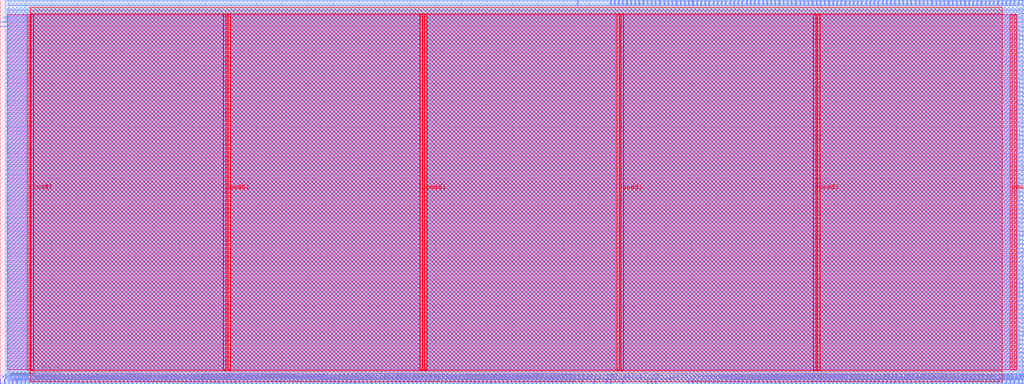
<source format=lef>
VERSION 5.7 ;
  NOWIREEXTENSIONATPIN ON ;
  DIVIDERCHAR "/" ;
  BUSBITCHARS "[]" ;
MACRO team_01_Wrapper
  CLASS BLOCK ;
  FOREIGN team_01_Wrapper ;
  ORIGIN 0.000 0.000 ;
  SIZE 800.000 BY 300.000 ;
  PIN ACK_I
    DIRECTION INPUT ;
    USE SIGNAL ;
    ANTENNAGATEAREA 0.213000 ;
    ANTENNADIFFAREA 0.434700 ;
    PORT
      LAYER met2 ;
        RECT 779.330 0.000 779.610 4.000 ;
    END
  END ACK_I
  PIN ADR_O[0]
    DIRECTION OUTPUT ;
    USE SIGNAL ;
    ANTENNADIFFAREA 0.445500 ;
    PORT
      LAYER met3 ;
        RECT 796.000 68.040 800.000 68.640 ;
    END
  END ADR_O[0]
  PIN ADR_O[10]
    DIRECTION OUTPUT ;
    USE SIGNAL ;
    ANTENNADIFFAREA 0.445500 ;
    PORT
      LAYER met3 ;
        RECT 796.000 54.440 800.000 55.040 ;
    END
  END ADR_O[10]
  PIN ADR_O[11]
    DIRECTION OUTPUT ;
    USE SIGNAL ;
    ANTENNADIFFAREA 0.445500 ;
    PORT
      LAYER met2 ;
        RECT 740.690 0.000 740.970 4.000 ;
    END
  END ADR_O[11]
  PIN ADR_O[12]
    DIRECTION OUTPUT ;
    USE SIGNAL ;
    ANTENNADIFFAREA 0.445500 ;
    PORT
      LAYER met3 ;
        RECT 796.000 34.040 800.000 34.640 ;
    END
  END ADR_O[12]
  PIN ADR_O[13]
    DIRECTION OUTPUT ;
    USE SIGNAL ;
    ANTENNADIFFAREA 0.445500 ;
    PORT
      LAYER met3 ;
        RECT 796.000 81.640 800.000 82.240 ;
    END
  END ADR_O[13]
  PIN ADR_O[14]
    DIRECTION OUTPUT ;
    USE SIGNAL ;
    ANTENNADIFFAREA 0.445500 ;
    PORT
      LAYER met3 ;
        RECT 796.000 98.640 800.000 99.240 ;
    END
  END ADR_O[14]
  PIN ADR_O[15]
    DIRECTION OUTPUT ;
    USE SIGNAL ;
    ANTENNADIFFAREA 0.445500 ;
    PORT
      LAYER met2 ;
        RECT 792.210 0.000 792.490 4.000 ;
    END
  END ADR_O[15]
  PIN ADR_O[16]
    DIRECTION OUTPUT ;
    USE SIGNAL ;
    ANTENNADIFFAREA 0.445500 ;
    PORT
      LAYER met2 ;
        RECT 644.090 0.000 644.370 4.000 ;
    END
  END ADR_O[16]
  PIN ADR_O[17]
    DIRECTION OUTPUT ;
    USE SIGNAL ;
    ANTENNADIFFAREA 0.795200 ;
    PORT
      LAYER met2 ;
        RECT 798.650 0.000 798.930 4.000 ;
    END
  END ADR_O[17]
  PIN ADR_O[18]
    DIRECTION OUTPUT ;
    USE SIGNAL ;
    ANTENNADIFFAREA 0.445500 ;
    PORT
      LAYER met2 ;
        RECT 750.350 0.000 750.630 4.000 ;
    END
  END ADR_O[18]
  PIN ADR_O[19]
    DIRECTION OUTPUT ;
    USE SIGNAL ;
    ANTENNADIFFAREA 0.445500 ;
    PORT
      LAYER met2 ;
        RECT 650.530 0.000 650.810 4.000 ;
    END
  END ADR_O[19]
  PIN ADR_O[1]
    DIRECTION OUTPUT ;
    USE SIGNAL ;
    ANTENNADIFFAREA 0.445500 ;
    PORT
      LAYER met3 ;
        RECT 796.000 74.840 800.000 75.440 ;
    END
  END ADR_O[1]
  PIN ADR_O[20]
    DIRECTION OUTPUT ;
    USE SIGNAL ;
    ANTENNADIFFAREA 0.445500 ;
    PORT
      LAYER met2 ;
        RECT 685.950 0.000 686.230 4.000 ;
    END
  END ADR_O[20]
  PIN ADR_O[21]
    DIRECTION OUTPUT ;
    USE SIGNAL ;
    ANTENNADIFFAREA 0.445500 ;
    PORT
      LAYER met2 ;
        RECT 656.970 0.000 657.250 4.000 ;
    END
  END ADR_O[21]
  PIN ADR_O[22]
    DIRECTION OUTPUT ;
    USE SIGNAL ;
    ANTENNADIFFAREA 0.445500 ;
    PORT
      LAYER met2 ;
        RECT 743.910 0.000 744.190 4.000 ;
    END
  END ADR_O[22]
  PIN ADR_O[23]
    DIRECTION OUTPUT ;
    USE SIGNAL ;
    ANTENNADIFFAREA 0.445500 ;
    PORT
      LAYER met2 ;
        RECT 769.670 0.000 769.950 4.000 ;
    END
  END ADR_O[23]
  PIN ADR_O[24]
    DIRECTION OUTPUT ;
    USE SIGNAL ;
    ANTENNADIFFAREA 0.445500 ;
    PORT
      LAYER met2 ;
        RECT 673.070 0.000 673.350 4.000 ;
    END
  END ADR_O[24]
  PIN ADR_O[25]
    DIRECTION OUTPUT ;
    USE SIGNAL ;
    ANTENNADIFFAREA 0.445500 ;
    PORT
      LAYER met2 ;
        RECT 702.050 0.000 702.330 4.000 ;
    END
  END ADR_O[25]
  PIN ADR_O[26]
    DIRECTION OUTPUT ;
    USE SIGNAL ;
    ANTENNADIFFAREA 0.445500 ;
    PORT
      LAYER met2 ;
        RECT 727.810 0.000 728.090 4.000 ;
    END
  END ADR_O[26]
  PIN ADR_O[27]
    DIRECTION OUTPUT ;
    USE SIGNAL ;
    ANTENNADIFFAREA 0.445500 ;
    PORT
      LAYER met2 ;
        RECT 676.290 0.000 676.570 4.000 ;
    END
  END ADR_O[27]
  PIN ADR_O[28]
    DIRECTION OUTPUT ;
    USE SIGNAL ;
    ANTENNADIFFAREA 0.445500 ;
    PORT
      LAYER met2 ;
        RECT 714.930 0.000 715.210 4.000 ;
    END
  END ADR_O[28]
  PIN ADR_O[29]
    DIRECTION OUTPUT ;
    USE SIGNAL ;
    ANTENNADIFFAREA 0.445500 ;
    PORT
      LAYER met2 ;
        RECT 705.270 0.000 705.550 4.000 ;
    END
  END ADR_O[29]
  PIN ADR_O[2]
    DIRECTION OUTPUT ;
    USE SIGNAL ;
    ANTENNADIFFAREA 0.445500 ;
    PORT
      LAYER met3 ;
        RECT 796.000 95.240 800.000 95.840 ;
    END
  END ADR_O[2]
  PIN ADR_O[30]
    DIRECTION OUTPUT ;
    USE SIGNAL ;
    ANTENNADIFFAREA 0.445500 ;
    PORT
      LAYER met2 ;
        RECT 734.250 0.000 734.530 4.000 ;
    END
  END ADR_O[30]
  PIN ADR_O[31]
    DIRECTION OUTPUT ;
    USE SIGNAL ;
    ANTENNADIFFAREA 0.445500 ;
    PORT
      LAYER met2 ;
        RECT 772.890 0.000 773.170 4.000 ;
    END
  END ADR_O[31]
  PIN ADR_O[3]
    DIRECTION OUTPUT ;
    USE SIGNAL ;
    ANTENNADIFFAREA 0.445500 ;
    PORT
      LAYER met3 ;
        RECT 796.000 78.240 800.000 78.840 ;
    END
  END ADR_O[3]
  PIN ADR_O[4]
    DIRECTION OUTPUT ;
    USE SIGNAL ;
    ANTENNADIFFAREA 0.445500 ;
    PORT
      LAYER met3 ;
        RECT 796.000 71.440 800.000 72.040 ;
    END
  END ADR_O[4]
  PIN ADR_O[5]
    DIRECTION OUTPUT ;
    USE SIGNAL ;
    ANTENNADIFFAREA 0.445500 ;
    PORT
      LAYER met3 ;
        RECT 796.000 176.840 800.000 177.440 ;
    END
  END ADR_O[5]
  PIN ADR_O[6]
    DIRECTION OUTPUT ;
    USE SIGNAL ;
    ANTENNADIFFAREA 0.445500 ;
    PORT
      LAYER met3 ;
        RECT 796.000 183.640 800.000 184.240 ;
    END
  END ADR_O[6]
  PIN ADR_O[7]
    DIRECTION OUTPUT ;
    USE SIGNAL ;
    ANTENNADIFFAREA 0.445500 ;
    PORT
      LAYER met3 ;
        RECT 796.000 180.240 800.000 180.840 ;
    END
  END ADR_O[7]
  PIN ADR_O[8]
    DIRECTION OUTPUT ;
    USE SIGNAL ;
    ANTENNADIFFAREA 0.445500 ;
    PORT
      LAYER met3 ;
        RECT 796.000 112.240 800.000 112.840 ;
    END
  END ADR_O[8]
  PIN ADR_O[9]
    DIRECTION OUTPUT ;
    USE SIGNAL ;
    ANTENNADIFFAREA 0.445500 ;
    PORT
      LAYER met3 ;
        RECT 796.000 85.040 800.000 85.640 ;
    END
  END ADR_O[9]
  PIN CYC_O
    DIRECTION OUTPUT ;
    USE SIGNAL ;
    ANTENNADIFFAREA 0.445500 ;
    PORT
      LAYER met2 ;
        RECT 721.370 0.000 721.650 4.000 ;
    END
  END CYC_O
  PIN DAT_I[0]
    DIRECTION INPUT ;
    USE SIGNAL ;
    ANTENNAGATEAREA 0.196500 ;
    ANTENNADIFFAREA 0.434700 ;
    PORT
      LAYER met2 ;
        RECT 795.430 0.000 795.710 4.000 ;
    END
  END DAT_I[0]
  PIN DAT_I[10]
    DIRECTION INPUT ;
    USE SIGNAL ;
    ANTENNAGATEAREA 0.196500 ;
    ANTENNADIFFAREA 0.434700 ;
    PORT
      LAYER met2 ;
        RECT 653.750 0.000 654.030 4.000 ;
    END
  END DAT_I[10]
  PIN DAT_I[11]
    DIRECTION INPUT ;
    USE SIGNAL ;
    ANTENNAGATEAREA 0.196500 ;
    ANTENNADIFFAREA 0.434700 ;
    PORT
      LAYER met2 ;
        RECT 679.510 0.000 679.790 4.000 ;
    END
  END DAT_I[11]
  PIN DAT_I[12]
    DIRECTION INPUT ;
    USE SIGNAL ;
    ANTENNAGATEAREA 0.196500 ;
    ANTENNADIFFAREA 0.434700 ;
    PORT
      LAYER met2 ;
        RECT 660.190 0.000 660.470 4.000 ;
    END
  END DAT_I[12]
  PIN DAT_I[13]
    DIRECTION INPUT ;
    USE SIGNAL ;
    ANTENNAGATEAREA 0.196500 ;
    ANTENNADIFFAREA 0.434700 ;
    PORT
      LAYER met2 ;
        RECT 669.850 0.000 670.130 4.000 ;
    END
  END DAT_I[13]
  PIN DAT_I[14]
    DIRECTION INPUT ;
    USE SIGNAL ;
    ANTENNAGATEAREA 0.196500 ;
    ANTENNADIFFAREA 0.434700 ;
    PORT
      LAYER met2 ;
        RECT 666.630 0.000 666.910 4.000 ;
    END
  END DAT_I[14]
  PIN DAT_I[15]
    DIRECTION INPUT ;
    USE SIGNAL ;
    ANTENNAGATEAREA 0.196500 ;
    ANTENNADIFFAREA 0.434700 ;
    PORT
      LAYER met2 ;
        RECT 647.310 0.000 647.590 4.000 ;
    END
  END DAT_I[15]
  PIN DAT_I[16]
    DIRECTION INPUT ;
    USE SIGNAL ;
    ANTENNAGATEAREA 0.196500 ;
    ANTENNADIFFAREA 0.434700 ;
    PORT
      LAYER met2 ;
        RECT 454.110 0.000 454.390 4.000 ;
    END
  END DAT_I[16]
  PIN DAT_I[17]
    DIRECTION INPUT ;
    USE SIGNAL ;
    ANTENNAGATEAREA 0.196500 ;
    ANTENNADIFFAREA 0.434700 ;
    PORT
      LAYER met2 ;
        RECT 428.350 0.000 428.630 4.000 ;
    END
  END DAT_I[17]
  PIN DAT_I[18]
    DIRECTION INPUT ;
    USE SIGNAL ;
    ANTENNAGATEAREA 0.196500 ;
    ANTENNADIFFAREA 0.434700 ;
    PORT
      LAYER met2 ;
        RECT 421.910 0.000 422.190 4.000 ;
    END
  END DAT_I[18]
  PIN DAT_I[19]
    DIRECTION INPUT ;
    USE SIGNAL ;
    ANTENNAGATEAREA 0.196500 ;
    ANTENNADIFFAREA 0.434700 ;
    PORT
      LAYER met2 ;
        RECT 431.570 0.000 431.850 4.000 ;
    END
  END DAT_I[19]
  PIN DAT_I[1]
    DIRECTION INPUT ;
    USE SIGNAL ;
    ANTENNAGATEAREA 0.196500 ;
    ANTENNADIFFAREA 0.434700 ;
    PORT
      LAYER met2 ;
        RECT 663.410 0.000 663.690 4.000 ;
    END
  END DAT_I[1]
  PIN DAT_I[20]
    DIRECTION INPUT ;
    USE SIGNAL ;
    ANTENNAGATEAREA 0.196500 ;
    ANTENNADIFFAREA 0.434700 ;
    PORT
      LAYER met2 ;
        RECT 438.010 0.000 438.290 4.000 ;
    END
  END DAT_I[20]
  PIN DAT_I[21]
    DIRECTION INPUT ;
    USE SIGNAL ;
    ANTENNAGATEAREA 0.196500 ;
    ANTENNADIFFAREA 0.434700 ;
    PORT
      LAYER met2 ;
        RECT 425.130 0.000 425.410 4.000 ;
    END
  END DAT_I[21]
  PIN DAT_I[22]
    DIRECTION INPUT ;
    USE SIGNAL ;
    ANTENNAGATEAREA 0.196500 ;
    ANTENNADIFFAREA 0.434700 ;
    PORT
      LAYER met2 ;
        RECT 441.230 0.000 441.510 4.000 ;
    END
  END DAT_I[22]
  PIN DAT_I[23]
    DIRECTION INPUT ;
    USE SIGNAL ;
    ANTENNAGATEAREA 0.196500 ;
    ANTENNADIFFAREA 0.434700 ;
    PORT
      LAYER met2 ;
        RECT 434.790 0.000 435.070 4.000 ;
    END
  END DAT_I[23]
  PIN DAT_I[24]
    DIRECTION INPUT ;
    USE SIGNAL ;
    ANTENNAGATEAREA 0.196500 ;
    ANTENNADIFFAREA 0.434700 ;
    PORT
      LAYER met2 ;
        RECT 463.770 0.000 464.050 4.000 ;
    END
  END DAT_I[24]
  PIN DAT_I[25]
    DIRECTION INPUT ;
    USE SIGNAL ;
    ANTENNAGATEAREA 0.196500 ;
    ANTENNADIFFAREA 0.434700 ;
    PORT
      LAYER met2 ;
        RECT 473.430 0.000 473.710 4.000 ;
    END
  END DAT_I[25]
  PIN DAT_I[26]
    DIRECTION INPUT ;
    USE SIGNAL ;
    ANTENNAGATEAREA 0.196500 ;
    ANTENNADIFFAREA 0.434700 ;
    PORT
      LAYER met2 ;
        RECT 476.650 0.000 476.930 4.000 ;
    END
  END DAT_I[26]
  PIN DAT_I[27]
    DIRECTION INPUT ;
    USE SIGNAL ;
    ANTENNAGATEAREA 0.196500 ;
    ANTENNADIFFAREA 0.434700 ;
    PORT
      LAYER met2 ;
        RECT 486.310 0.000 486.590 4.000 ;
    END
  END DAT_I[27]
  PIN DAT_I[28]
    DIRECTION INPUT ;
    USE SIGNAL ;
    ANTENNAGATEAREA 0.196500 ;
    ANTENNADIFFAREA 0.434700 ;
    PORT
      LAYER met2 ;
        RECT 505.630 0.000 505.910 4.000 ;
    END
  END DAT_I[28]
  PIN DAT_I[29]
    DIRECTION INPUT ;
    USE SIGNAL ;
    ANTENNAGATEAREA 0.196500 ;
    ANTENNADIFFAREA 0.434700 ;
    PORT
      LAYER met2 ;
        RECT 508.850 0.000 509.130 4.000 ;
    END
  END DAT_I[29]
  PIN DAT_I[2]
    DIRECTION INPUT ;
    USE SIGNAL ;
    ANTENNAGATEAREA 0.196500 ;
    ANTENNADIFFAREA 0.434700 ;
    PORT
      LAYER met2 ;
        RECT 766.450 0.000 766.730 4.000 ;
    END
  END DAT_I[2]
  PIN DAT_I[30]
    DIRECTION INPUT ;
    USE SIGNAL ;
    ANTENNAGATEAREA 0.196500 ;
    ANTENNADIFFAREA 0.434700 ;
    PORT
      LAYER met2 ;
        RECT 512.070 0.000 512.350 4.000 ;
    END
  END DAT_I[30]
  PIN DAT_I[31]
    DIRECTION INPUT ;
    USE SIGNAL ;
    ANTENNAGATEAREA 0.196500 ;
    ANTENNADIFFAREA 0.434700 ;
    PORT
      LAYER met2 ;
        RECT 718.150 0.000 718.430 4.000 ;
    END
  END DAT_I[31]
  PIN DAT_I[3]
    DIRECTION INPUT ;
    USE SIGNAL ;
    ANTENNAGATEAREA 0.196500 ;
    ANTENNADIFFAREA 0.434700 ;
    PORT
      LAYER met2 ;
        RECT 682.730 0.000 683.010 4.000 ;
    END
  END DAT_I[3]
  PIN DAT_I[4]
    DIRECTION INPUT ;
    USE SIGNAL ;
    ANTENNAGATEAREA 0.196500 ;
    ANTENNADIFFAREA 0.434700 ;
    PORT
      LAYER met2 ;
        RECT 747.130 0.000 747.410 4.000 ;
    END
  END DAT_I[4]
  PIN DAT_I[5]
    DIRECTION INPUT ;
    USE SIGNAL ;
    ANTENNAGATEAREA 0.196500 ;
    ANTENNADIFFAREA 0.434700 ;
    PORT
      LAYER met2 ;
        RECT 753.570 0.000 753.850 4.000 ;
    END
  END DAT_I[5]
  PIN DAT_I[6]
    DIRECTION INPUT ;
    USE SIGNAL ;
    ANTENNAGATEAREA 0.196500 ;
    ANTENNADIFFAREA 0.434700 ;
    PORT
      LAYER met2 ;
        RECT 724.590 0.000 724.870 4.000 ;
    END
  END DAT_I[6]
  PIN DAT_I[7]
    DIRECTION INPUT ;
    USE SIGNAL ;
    ANTENNAGATEAREA 0.196500 ;
    ANTENNADIFFAREA 0.434700 ;
    PORT
      LAYER met2 ;
        RECT 692.390 0.000 692.670 4.000 ;
    END
  END DAT_I[7]
  PIN DAT_I[8]
    DIRECTION INPUT ;
    USE SIGNAL ;
    ANTENNAGATEAREA 0.196500 ;
    ANTENNADIFFAREA 0.434700 ;
    PORT
      LAYER met2 ;
        RECT 689.170 0.000 689.450 4.000 ;
    END
  END DAT_I[8]
  PIN DAT_I[9]
    DIRECTION INPUT ;
    USE SIGNAL ;
    ANTENNAGATEAREA 0.196500 ;
    ANTENNADIFFAREA 0.434700 ;
    PORT
      LAYER met2 ;
        RECT 756.790 0.000 757.070 4.000 ;
    END
  END DAT_I[9]
  PIN DAT_O[0]
    DIRECTION OUTPUT ;
    USE SIGNAL ;
    ANTENNADIFFAREA 0.445500 ;
    PORT
      LAYER met3 ;
        RECT 796.000 272.040 800.000 272.640 ;
    END
  END DAT_O[0]
  PIN DAT_O[10]
    DIRECTION OUTPUT ;
    USE SIGNAL ;
    ANTENNADIFFAREA 0.445500 ;
    PORT
      LAYER met3 ;
        RECT 796.000 125.840 800.000 126.440 ;
    END
  END DAT_O[10]
  PIN DAT_O[11]
    DIRECTION OUTPUT ;
    USE SIGNAL ;
    ANTENNADIFFAREA 0.445500 ;
    PORT
      LAYER met3 ;
        RECT 796.000 105.440 800.000 106.040 ;
    END
  END DAT_O[11]
  PIN DAT_O[12]
    DIRECTION OUTPUT ;
    USE SIGNAL ;
    ANTENNADIFFAREA 0.445500 ;
    PORT
      LAYER met3 ;
        RECT 796.000 139.440 800.000 140.040 ;
    END
  END DAT_O[12]
  PIN DAT_O[13]
    DIRECTION OUTPUT ;
    USE SIGNAL ;
    ANTENNADIFFAREA 0.445500 ;
    PORT
      LAYER met3 ;
        RECT 796.000 119.040 800.000 119.640 ;
    END
  END DAT_O[13]
  PIN DAT_O[14]
    DIRECTION OUTPUT ;
    USE SIGNAL ;
    ANTENNADIFFAREA 0.445500 ;
    PORT
      LAYER met3 ;
        RECT 796.000 122.440 800.000 123.040 ;
    END
  END DAT_O[14]
  PIN DAT_O[15]
    DIRECTION OUTPUT ;
    USE SIGNAL ;
    ANTENNADIFFAREA 0.445500 ;
    PORT
      LAYER met2 ;
        RECT 788.990 0.000 789.270 4.000 ;
    END
  END DAT_O[15]
  PIN DAT_O[16]
    DIRECTION OUTPUT ;
    USE SIGNAL ;
    ANTENNADIFFAREA 0.445500 ;
    PORT
      LAYER met2 ;
        RECT 782.550 0.000 782.830 4.000 ;
    END
  END DAT_O[16]
  PIN DAT_O[17]
    DIRECTION OUTPUT ;
    USE SIGNAL ;
    ANTENNADIFFAREA 0.445500 ;
    PORT
      LAYER met2 ;
        RECT 785.770 0.000 786.050 4.000 ;
    END
  END DAT_O[17]
  PIN DAT_O[18]
    DIRECTION OUTPUT ;
    USE SIGNAL ;
    ANTENNADIFFAREA 0.445500 ;
    PORT
      LAYER met2 ;
        RECT 760.010 0.000 760.290 4.000 ;
    END
  END DAT_O[18]
  PIN DAT_O[19]
    DIRECTION OUTPUT ;
    USE SIGNAL ;
    ANTENNADIFFAREA 0.445500 ;
    PORT
      LAYER met2 ;
        RECT 763.230 0.000 763.510 4.000 ;
    END
  END DAT_O[19]
  PIN DAT_O[1]
    DIRECTION OUTPUT ;
    USE SIGNAL ;
    ANTENNADIFFAREA 0.445500 ;
    PORT
      LAYER met3 ;
        RECT 796.000 207.440 800.000 208.040 ;
    END
  END DAT_O[1]
  PIN DAT_O[20]
    DIRECTION OUTPUT ;
    USE SIGNAL ;
    ANTENNADIFFAREA 0.445500 ;
    PORT
      LAYER met2 ;
        RECT 711.710 0.000 711.990 4.000 ;
    END
  END DAT_O[20]
  PIN DAT_O[21]
    DIRECTION OUTPUT ;
    USE SIGNAL ;
    ANTENNADIFFAREA 0.445500 ;
    PORT
      LAYER met2 ;
        RECT 776.110 0.000 776.390 4.000 ;
    END
  END DAT_O[21]
  PIN DAT_O[22]
    DIRECTION OUTPUT ;
    USE SIGNAL ;
    ANTENNADIFFAREA 0.445500 ;
    PORT
      LAYER met2 ;
        RECT 731.030 0.000 731.310 4.000 ;
    END
  END DAT_O[22]
  PIN DAT_O[23]
    DIRECTION OUTPUT ;
    USE SIGNAL ;
    ANTENNADIFFAREA 0.445500 ;
    PORT
      LAYER met2 ;
        RECT 695.610 0.000 695.890 4.000 ;
    END
  END DAT_O[23]
  PIN DAT_O[24]
    DIRECTION OUTPUT ;
    USE SIGNAL ;
    ANTENNADIFFAREA 0.445500 ;
    PORT
      LAYER met2 ;
        RECT 708.490 0.000 708.770 4.000 ;
    END
  END DAT_O[24]
  PIN DAT_O[25]
    DIRECTION OUTPUT ;
    USE SIGNAL ;
    ANTENNADIFFAREA 0.445500 ;
    PORT
      LAYER met2 ;
        RECT 698.830 0.000 699.110 4.000 ;
    END
  END DAT_O[25]
  PIN DAT_O[26]
    DIRECTION OUTPUT ;
    USE SIGNAL ;
    ANTENNADIFFAREA 0.445500 ;
    PORT
      LAYER met2 ;
        RECT 737.470 0.000 737.750 4.000 ;
    END
  END DAT_O[26]
  PIN DAT_O[27]
    DIRECTION OUTPUT ;
    USE SIGNAL ;
    ANTENNADIFFAREA 0.445500 ;
    PORT
      LAYER met3 ;
        RECT 796.000 27.240 800.000 27.840 ;
    END
  END DAT_O[27]
  PIN DAT_O[28]
    DIRECTION OUTPUT ;
    USE SIGNAL ;
    ANTENNADIFFAREA 0.445500 ;
    PORT
      LAYER met3 ;
        RECT 796.000 17.040 800.000 17.640 ;
    END
  END DAT_O[28]
  PIN DAT_O[29]
    DIRECTION OUTPUT ;
    USE SIGNAL ;
    ANTENNADIFFAREA 0.445500 ;
    PORT
      LAYER met3 ;
        RECT 796.000 51.040 800.000 51.640 ;
    END
  END DAT_O[29]
  PIN DAT_O[2]
    DIRECTION OUTPUT ;
    USE SIGNAL ;
    ANTENNADIFFAREA 0.445500 ;
    PORT
      LAYER met3 ;
        RECT 796.000 217.640 800.000 218.240 ;
    END
  END DAT_O[2]
  PIN DAT_O[30]
    DIRECTION OUTPUT ;
    USE SIGNAL ;
    ANTENNADIFFAREA 0.445500 ;
    PORT
      LAYER met3 ;
        RECT 796.000 30.640 800.000 31.240 ;
    END
  END DAT_O[30]
  PIN DAT_O[31]
    DIRECTION OUTPUT ;
    USE SIGNAL ;
    ANTENNADIFFAREA 0.445500 ;
    PORT
      LAYER met3 ;
        RECT 796.000 23.840 800.000 24.440 ;
    END
  END DAT_O[31]
  PIN DAT_O[3]
    DIRECTION OUTPUT ;
    USE SIGNAL ;
    ANTENNADIFFAREA 0.445500 ;
    PORT
      LAYER met3 ;
        RECT 796.000 204.040 800.000 204.640 ;
    END
  END DAT_O[3]
  PIN DAT_O[4]
    DIRECTION OUTPUT ;
    USE SIGNAL ;
    ANTENNADIFFAREA 0.445500 ;
    PORT
      LAYER met3 ;
        RECT 796.000 187.040 800.000 187.640 ;
    END
  END DAT_O[4]
  PIN DAT_O[5]
    DIRECTION OUTPUT ;
    USE SIGNAL ;
    ANTENNADIFFAREA 0.445500 ;
    PORT
      LAYER met3 ;
        RECT 796.000 285.640 800.000 286.240 ;
    END
  END DAT_O[5]
  PIN DAT_O[6]
    DIRECTION OUTPUT ;
    USE SIGNAL ;
    ANTENNADIFFAREA 0.445500 ;
    PORT
      LAYER met3 ;
        RECT 796.000 197.240 800.000 197.840 ;
    END
  END DAT_O[6]
  PIN DAT_O[7]
    DIRECTION OUTPUT ;
    USE SIGNAL ;
    ANTENNADIFFAREA 0.445500 ;
    PORT
      LAYER met3 ;
        RECT 796.000 193.840 800.000 194.440 ;
    END
  END DAT_O[7]
  PIN DAT_O[8]
    DIRECTION OUTPUT ;
    USE SIGNAL ;
    ANTENNADIFFAREA 0.445500 ;
    PORT
      LAYER met3 ;
        RECT 796.000 108.840 800.000 109.440 ;
    END
  END DAT_O[8]
  PIN DAT_O[9]
    DIRECTION OUTPUT ;
    USE SIGNAL ;
    ANTENNADIFFAREA 0.445500 ;
    PORT
      LAYER met3 ;
        RECT 796.000 102.040 800.000 102.640 ;
    END
  END DAT_O[9]
  PIN SEL_O[0]
    DIRECTION OUTPUT ;
    USE SIGNAL ;
    ANTENNADIFFAREA 0.445500 ;
    PORT
      LAYER met3 ;
        RECT 796.000 13.640 800.000 14.240 ;
    END
  END SEL_O[0]
  PIN SEL_O[1]
    DIRECTION OUTPUT ;
    USE SIGNAL ;
    ANTENNADIFFAREA 0.795200 ;
    PORT
      LAYER met3 ;
        RECT 796.000 0.040 800.000 0.640 ;
    END
  END SEL_O[1]
  PIN SEL_O[2]
    DIRECTION OUTPUT ;
    USE SIGNAL ;
    ANTENNADIFFAREA 0.445500 ;
    PORT
      LAYER met3 ;
        RECT 796.000 6.840 800.000 7.440 ;
    END
  END SEL_O[2]
  PIN SEL_O[3]
    DIRECTION OUTPUT ;
    USE SIGNAL ;
    ANTENNADIFFAREA 0.795200 ;
    PORT
      LAYER met3 ;
        RECT 796.000 3.440 800.000 4.040 ;
    END
  END SEL_O[3]
  PIN STB_O
    DIRECTION OUTPUT ;
    USE SIGNAL ;
    ANTENNADIFFAREA 0.445500 ;
    PORT
      LAYER met3 ;
        RECT 796.000 10.240 800.000 10.840 ;
    END
  END STB_O
  PIN WE_O
    DIRECTION OUTPUT ;
    USE SIGNAL ;
    ANTENNADIFFAREA 0.445500 ;
    PORT
      LAYER met3 ;
        RECT 796.000 20.440 800.000 21.040 ;
    END
  END WE_O
  PIN gpio_in[0]
    DIRECTION INPUT ;
    USE SIGNAL ;
    PORT
      LAYER met2 ;
        RECT 6.530 0.000 6.810 4.000 ;
    END
  END gpio_in[0]
  PIN gpio_in[10]
    DIRECTION INPUT ;
    USE SIGNAL ;
    PORT
      LAYER met2 ;
        RECT 9.750 0.000 10.030 4.000 ;
    END
  END gpio_in[10]
  PIN gpio_in[11]
    DIRECTION INPUT ;
    USE SIGNAL ;
    PORT
      LAYER met2 ;
        RECT 12.970 0.000 13.250 4.000 ;
    END
  END gpio_in[11]
  PIN gpio_in[12]
    DIRECTION INPUT ;
    USE SIGNAL ;
    PORT
      LAYER met2 ;
        RECT 16.190 0.000 16.470 4.000 ;
    END
  END gpio_in[12]
  PIN gpio_in[13]
    DIRECTION INPUT ;
    USE SIGNAL ;
    PORT
      LAYER met2 ;
        RECT 19.410 0.000 19.690 4.000 ;
    END
  END gpio_in[13]
  PIN gpio_in[14]
    DIRECTION INPUT ;
    USE SIGNAL ;
    PORT
      LAYER met2 ;
        RECT 22.630 0.000 22.910 4.000 ;
    END
  END gpio_in[14]
  PIN gpio_in[15]
    DIRECTION INPUT ;
    USE SIGNAL ;
    PORT
      LAYER met2 ;
        RECT 25.850 0.000 26.130 4.000 ;
    END
  END gpio_in[15]
  PIN gpio_in[16]
    DIRECTION INPUT ;
    USE SIGNAL ;
    ANTENNAGATEAREA 0.196500 ;
    ANTENNADIFFAREA 0.434700 ;
    PORT
      LAYER met3 ;
        RECT 796.000 210.840 800.000 211.440 ;
    END
  END gpio_in[16]
  PIN gpio_in[17]
    DIRECTION INPUT ;
    USE SIGNAL ;
    ANTENNAGATEAREA 0.196500 ;
    ANTENNADIFFAREA 0.434700 ;
    PORT
      LAYER met3 ;
        RECT 796.000 224.440 800.000 225.040 ;
    END
  END gpio_in[17]
  PIN gpio_in[18]
    DIRECTION INPUT ;
    USE SIGNAL ;
    ANTENNAGATEAREA 0.196500 ;
    ANTENNADIFFAREA 0.434700 ;
    PORT
      LAYER met3 ;
        RECT 796.000 190.440 800.000 191.040 ;
    END
  END gpio_in[18]
  PIN gpio_in[19]
    DIRECTION INPUT ;
    USE SIGNAL ;
    ANTENNAGATEAREA 0.213000 ;
    ANTENNADIFFAREA 0.434700 ;
    PORT
      LAYER met3 ;
        RECT 796.000 292.440 800.000 293.040 ;
    END
  END gpio_in[19]
  PIN gpio_in[1]
    DIRECTION INPUT ;
    USE SIGNAL ;
    PORT
      LAYER met2 ;
        RECT 29.070 0.000 29.350 4.000 ;
    END
  END gpio_in[1]
  PIN gpio_in[20]
    DIRECTION INPUT ;
    USE SIGNAL ;
    PORT
      LAYER met2 ;
        RECT 32.290 0.000 32.570 4.000 ;
    END
  END gpio_in[20]
  PIN gpio_in[21]
    DIRECTION INPUT ;
    USE SIGNAL ;
    PORT
      LAYER met2 ;
        RECT 35.510 0.000 35.790 4.000 ;
    END
  END gpio_in[21]
  PIN gpio_in[22]
    DIRECTION INPUT ;
    USE SIGNAL ;
    PORT
      LAYER met2 ;
        RECT 38.730 0.000 39.010 4.000 ;
    END
  END gpio_in[22]
  PIN gpio_in[23]
    DIRECTION INPUT ;
    USE SIGNAL ;
    PORT
      LAYER met2 ;
        RECT 41.950 0.000 42.230 4.000 ;
    END
  END gpio_in[23]
  PIN gpio_in[24]
    DIRECTION INPUT ;
    USE SIGNAL ;
    PORT
      LAYER met2 ;
        RECT 45.170 0.000 45.450 4.000 ;
    END
  END gpio_in[24]
  PIN gpio_in[25]
    DIRECTION INPUT ;
    USE SIGNAL ;
    PORT
      LAYER met2 ;
        RECT 48.390 0.000 48.670 4.000 ;
    END
  END gpio_in[25]
  PIN gpio_in[26]
    DIRECTION INPUT ;
    USE SIGNAL ;
    PORT
      LAYER met2 ;
        RECT 51.610 0.000 51.890 4.000 ;
    END
  END gpio_in[26]
  PIN gpio_in[27]
    DIRECTION INPUT ;
    USE SIGNAL ;
    PORT
      LAYER met2 ;
        RECT 54.830 0.000 55.110 4.000 ;
    END
  END gpio_in[27]
  PIN gpio_in[28]
    DIRECTION INPUT ;
    USE SIGNAL ;
    PORT
      LAYER met2 ;
        RECT 58.050 0.000 58.330 4.000 ;
    END
  END gpio_in[28]
  PIN gpio_in[29]
    DIRECTION INPUT ;
    USE SIGNAL ;
    PORT
      LAYER met2 ;
        RECT 61.270 0.000 61.550 4.000 ;
    END
  END gpio_in[29]
  PIN gpio_in[2]
    DIRECTION INPUT ;
    USE SIGNAL ;
    PORT
      LAYER met2 ;
        RECT 64.490 0.000 64.770 4.000 ;
    END
  END gpio_in[2]
  PIN gpio_in[30]
    DIRECTION INPUT ;
    USE SIGNAL ;
    PORT
      LAYER met2 ;
        RECT 67.710 0.000 67.990 4.000 ;
    END
  END gpio_in[30]
  PIN gpio_in[31]
    DIRECTION INPUT ;
    USE SIGNAL ;
    PORT
      LAYER met2 ;
        RECT 70.930 0.000 71.210 4.000 ;
    END
  END gpio_in[31]
  PIN gpio_in[32]
    DIRECTION INPUT ;
    USE SIGNAL ;
    PORT
      LAYER met2 ;
        RECT 74.150 0.000 74.430 4.000 ;
    END
  END gpio_in[32]
  PIN gpio_in[33]
    DIRECTION INPUT ;
    USE SIGNAL ;
    PORT
      LAYER met2 ;
        RECT 77.370 0.000 77.650 4.000 ;
    END
  END gpio_in[33]
  PIN gpio_in[34]
    DIRECTION INPUT ;
    USE SIGNAL ;
    PORT
      LAYER met2 ;
        RECT 80.590 0.000 80.870 4.000 ;
    END
  END gpio_in[34]
  PIN gpio_in[35]
    DIRECTION INPUT ;
    USE SIGNAL ;
    PORT
      LAYER met2 ;
        RECT 83.810 0.000 84.090 4.000 ;
    END
  END gpio_in[35]
  PIN gpio_in[36]
    DIRECTION INPUT ;
    USE SIGNAL ;
    PORT
      LAYER met2 ;
        RECT 87.030 0.000 87.310 4.000 ;
    END
  END gpio_in[36]
  PIN gpio_in[37]
    DIRECTION INPUT ;
    USE SIGNAL ;
    PORT
      LAYER met2 ;
        RECT 90.250 0.000 90.530 4.000 ;
    END
  END gpio_in[37]
  PIN gpio_in[3]
    DIRECTION INPUT ;
    USE SIGNAL ;
    PORT
      LAYER met2 ;
        RECT 93.470 0.000 93.750 4.000 ;
    END
  END gpio_in[3]
  PIN gpio_in[4]
    DIRECTION INPUT ;
    USE SIGNAL ;
    PORT
      LAYER met2 ;
        RECT 96.690 0.000 96.970 4.000 ;
    END
  END gpio_in[4]
  PIN gpio_in[5]
    DIRECTION INPUT ;
    USE SIGNAL ;
    PORT
      LAYER met2 ;
        RECT 99.910 0.000 100.190 4.000 ;
    END
  END gpio_in[5]
  PIN gpio_in[6]
    DIRECTION INPUT ;
    USE SIGNAL ;
    PORT
      LAYER met2 ;
        RECT 103.130 0.000 103.410 4.000 ;
    END
  END gpio_in[6]
  PIN gpio_in[7]
    DIRECTION INPUT ;
    USE SIGNAL ;
    PORT
      LAYER met2 ;
        RECT 106.350 0.000 106.630 4.000 ;
    END
  END gpio_in[7]
  PIN gpio_in[8]
    DIRECTION INPUT ;
    USE SIGNAL ;
    PORT
      LAYER met2 ;
        RECT 109.570 0.000 109.850 4.000 ;
    END
  END gpio_in[8]
  PIN gpio_in[9]
    DIRECTION INPUT ;
    USE SIGNAL ;
    PORT
      LAYER met2 ;
        RECT 112.790 0.000 113.070 4.000 ;
    END
  END gpio_in[9]
  PIN gpio_oeb[0]
    DIRECTION OUTPUT ;
    USE SIGNAL ;
    ANTENNADIFFAREA 0.445500 ;
    PORT
      LAYER met3 ;
        RECT 796.000 146.240 800.000 146.840 ;
    END
  END gpio_oeb[0]
  PIN gpio_oeb[10]
    DIRECTION OUTPUT ;
    USE SIGNAL ;
    ANTENNADIFFAREA 0.445500 ;
    PORT
      LAYER met3 ;
        RECT 796.000 282.240 800.000 282.840 ;
    END
  END gpio_oeb[10]
  PIN gpio_oeb[11]
    DIRECTION OUTPUT ;
    USE SIGNAL ;
    ANTENNADIFFAREA 0.445500 ;
    PORT
      LAYER met3 ;
        RECT 796.000 221.040 800.000 221.640 ;
    END
  END gpio_oeb[11]
  PIN gpio_oeb[12]
    DIRECTION OUTPUT ;
    USE SIGNAL ;
    ANTENNADIFFAREA 0.445500 ;
    PORT
      LAYER met3 ;
        RECT 796.000 275.440 800.000 276.040 ;
    END
  END gpio_oeb[12]
  PIN gpio_oeb[13]
    DIRECTION OUTPUT ;
    USE SIGNAL ;
    ANTENNADIFFAREA 0.445500 ;
    PORT
      LAYER met3 ;
        RECT 796.000 244.840 800.000 245.440 ;
    END
  END gpio_oeb[13]
  PIN gpio_oeb[14]
    DIRECTION OUTPUT ;
    USE SIGNAL ;
    ANTENNADIFFAREA 0.445500 ;
    PORT
      LAYER met3 ;
        RECT 796.000 299.240 800.000 299.840 ;
    END
  END gpio_oeb[14]
  PIN gpio_oeb[15]
    DIRECTION OUTPUT ;
    USE SIGNAL ;
    ANTENNADIFFAREA 0.445500 ;
    PORT
      LAYER met3 ;
        RECT 796.000 278.840 800.000 279.440 ;
    END
  END gpio_oeb[15]
  PIN gpio_oeb[16]
    DIRECTION OUTPUT ;
    USE SIGNAL ;
    ANTENNADIFFAREA 0.445500 ;
    PORT
      LAYER met3 ;
        RECT 796.000 163.240 800.000 163.840 ;
    END
  END gpio_oeb[16]
  PIN gpio_oeb[17]
    DIRECTION OUTPUT ;
    USE SIGNAL ;
    ANTENNADIFFAREA 0.445500 ;
    PORT
      LAYER met3 ;
        RECT 796.000 170.040 800.000 170.640 ;
    END
  END gpio_oeb[17]
  PIN gpio_oeb[18]
    DIRECTION OUTPUT ;
    USE SIGNAL ;
    ANTENNADIFFAREA 0.445500 ;
    PORT
      LAYER met3 ;
        RECT 796.000 173.440 800.000 174.040 ;
    END
  END gpio_oeb[18]
  PIN gpio_oeb[19]
    DIRECTION OUTPUT ;
    USE SIGNAL ;
    ANTENNADIFFAREA 0.445500 ;
    PORT
      LAYER met3 ;
        RECT 796.000 64.640 800.000 65.240 ;
    END
  END gpio_oeb[19]
  PIN gpio_oeb[1]
    DIRECTION OUTPUT ;
    USE SIGNAL ;
    ANTENNADIFFAREA 0.445500 ;
    PORT
      LAYER met3 ;
        RECT 796.000 129.240 800.000 129.840 ;
    END
  END gpio_oeb[1]
  PIN gpio_oeb[20]
    DIRECTION OUTPUT ;
    USE SIGNAL ;
    ANTENNADIFFAREA 0.445500 ;
    PORT
      LAYER met3 ;
        RECT 796.000 227.840 800.000 228.440 ;
    END
  END gpio_oeb[20]
  PIN gpio_oeb[21]
    DIRECTION OUTPUT ;
    USE SIGNAL ;
    ANTENNADIFFAREA 0.445500 ;
    PORT
      LAYER met3 ;
        RECT 796.000 258.440 800.000 259.040 ;
    END
  END gpio_oeb[21]
  PIN gpio_oeb[22]
    DIRECTION OUTPUT ;
    USE SIGNAL ;
    ANTENNADIFFAREA 0.445500 ;
    PORT
      LAYER met3 ;
        RECT 796.000 251.640 800.000 252.240 ;
    END
  END gpio_oeb[22]
  PIN gpio_oeb[23]
    DIRECTION OUTPUT ;
    USE SIGNAL ;
    ANTENNADIFFAREA 0.445500 ;
    PORT
      LAYER met3 ;
        RECT 796.000 214.240 800.000 214.840 ;
    END
  END gpio_oeb[23]
  PIN gpio_oeb[24]
    DIRECTION OUTPUT ;
    USE SIGNAL ;
    ANTENNADIFFAREA 0.445500 ;
    PORT
      LAYER met3 ;
        RECT 796.000 159.840 800.000 160.440 ;
    END
  END gpio_oeb[24]
  PIN gpio_oeb[25]
    DIRECTION OUTPUT ;
    USE SIGNAL ;
    ANTENNADIFFAREA 0.445500 ;
    PORT
      LAYER met3 ;
        RECT 796.000 166.640 800.000 167.240 ;
    END
  END gpio_oeb[25]
  PIN gpio_oeb[26]
    DIRECTION OUTPUT ;
    USE SIGNAL ;
    ANTENNADIFFAREA 0.445500 ;
    PORT
      LAYER met3 ;
        RECT 796.000 115.640 800.000 116.240 ;
    END
  END gpio_oeb[26]
  PIN gpio_oeb[27]
    DIRECTION OUTPUT ;
    USE SIGNAL ;
    ANTENNADIFFAREA 0.445500 ;
    PORT
      LAYER met3 ;
        RECT 796.000 57.840 800.000 58.440 ;
    END
  END gpio_oeb[27]
  PIN gpio_oeb[28]
    DIRECTION OUTPUT ;
    USE SIGNAL ;
    ANTENNADIFFAREA 0.445500 ;
    PORT
      LAYER met3 ;
        RECT 796.000 136.040 800.000 136.640 ;
    END
  END gpio_oeb[28]
  PIN gpio_oeb[29]
    DIRECTION OUTPUT ;
    USE SIGNAL ;
    ANTENNADIFFAREA 0.445500 ;
    PORT
      LAYER met3 ;
        RECT 796.000 88.440 800.000 89.040 ;
    END
  END gpio_oeb[29]
  PIN gpio_oeb[2]
    DIRECTION OUTPUT ;
    USE SIGNAL ;
    ANTENNADIFFAREA 0.445500 ;
    PORT
      LAYER met3 ;
        RECT 796.000 153.040 800.000 153.640 ;
    END
  END gpio_oeb[2]
  PIN gpio_oeb[30]
    DIRECTION OUTPUT ;
    USE SIGNAL ;
    ANTENNADIFFAREA 0.445500 ;
    PORT
      LAYER met3 ;
        RECT 796.000 61.240 800.000 61.840 ;
    END
  END gpio_oeb[30]
  PIN gpio_oeb[31]
    DIRECTION OUTPUT ;
    USE SIGNAL ;
    ANTENNADIFFAREA 0.445500 ;
    PORT
      LAYER met3 ;
        RECT 796.000 132.640 800.000 133.240 ;
    END
  END gpio_oeb[31]
  PIN gpio_oeb[32]
    DIRECTION OUTPUT ;
    USE SIGNAL ;
    ANTENNADIFFAREA 0.445500 ;
    PORT
      LAYER met3 ;
        RECT 796.000 156.440 800.000 157.040 ;
    END
  END gpio_oeb[32]
  PIN gpio_oeb[33]
    DIRECTION OUTPUT ;
    USE SIGNAL ;
    ANTENNADIFFAREA 0.445500 ;
    PORT
      LAYER met3 ;
        RECT 796.000 47.640 800.000 48.240 ;
    END
  END gpio_oeb[33]
  PIN gpio_oeb[34]
    DIRECTION OUTPUT ;
    USE SIGNAL ;
    ANTENNADIFFAREA 0.445500 ;
    PORT
      LAYER met3 ;
        RECT 796.000 44.240 800.000 44.840 ;
    END
  END gpio_oeb[34]
  PIN gpio_oeb[35]
    DIRECTION OUTPUT ;
    USE SIGNAL ;
    ANTENNADIFFAREA 0.445500 ;
    PORT
      LAYER met3 ;
        RECT 796.000 91.840 800.000 92.440 ;
    END
  END gpio_oeb[35]
  PIN gpio_oeb[36]
    DIRECTION OUTPUT ;
    USE SIGNAL ;
    ANTENNADIFFAREA 0.445500 ;
    PORT
      LAYER met3 ;
        RECT 796.000 37.440 800.000 38.040 ;
    END
  END gpio_oeb[36]
  PIN gpio_oeb[37]
    DIRECTION OUTPUT ;
    USE SIGNAL ;
    ANTENNADIFFAREA 0.445500 ;
    PORT
      LAYER met3 ;
        RECT 796.000 142.840 800.000 143.440 ;
    END
  END gpio_oeb[37]
  PIN gpio_oeb[3]
    DIRECTION OUTPUT ;
    USE SIGNAL ;
    ANTENNADIFFAREA 0.445500 ;
    PORT
      LAYER met3 ;
        RECT 796.000 149.640 800.000 150.240 ;
    END
  END gpio_oeb[3]
  PIN gpio_oeb[4]
    DIRECTION OUTPUT ;
    USE SIGNAL ;
    ANTENNADIFFAREA 0.445500 ;
    PORT
      LAYER met3 ;
        RECT 796.000 40.840 800.000 41.440 ;
    END
  END gpio_oeb[4]
  PIN gpio_oeb[5]
    DIRECTION OUTPUT ;
    USE SIGNAL ;
    ANTENNADIFFAREA 0.445500 ;
    PORT
      LAYER met3 ;
        RECT 796.000 234.640 800.000 235.240 ;
    END
  END gpio_oeb[5]
  PIN gpio_oeb[6]
    DIRECTION OUTPUT ;
    USE SIGNAL ;
    ANTENNADIFFAREA 0.445500 ;
    PORT
      LAYER met3 ;
        RECT 796.000 255.040 800.000 255.640 ;
    END
  END gpio_oeb[6]
  PIN gpio_oeb[7]
    DIRECTION OUTPUT ;
    USE SIGNAL ;
    ANTENNADIFFAREA 0.445500 ;
    PORT
      LAYER met3 ;
        RECT 796.000 295.840 800.000 296.440 ;
    END
  END gpio_oeb[7]
  PIN gpio_oeb[8]
    DIRECTION OUTPUT ;
    USE SIGNAL ;
    ANTENNADIFFAREA 0.445500 ;
    PORT
      LAYER met3 ;
        RECT 796.000 231.240 800.000 231.840 ;
    END
  END gpio_oeb[8]
  PIN gpio_oeb[9]
    DIRECTION OUTPUT ;
    USE SIGNAL ;
    ANTENNADIFFAREA 0.445500 ;
    PORT
      LAYER met3 ;
        RECT 796.000 238.040 800.000 238.640 ;
    END
  END gpio_oeb[9]
  PIN gpio_out[0]
    DIRECTION OUTPUT ;
    USE SIGNAL ;
    ANTENNADIFFAREA 0.445500 ;
    PORT
      LAYER met3 ;
        RECT 796.000 248.240 800.000 248.840 ;
    END
  END gpio_out[0]
  PIN gpio_out[10]
    DIRECTION OUTPUT ;
    USE SIGNAL ;
    ANTENNADIFFAREA 0.445500 ;
    PORT
      LAYER met2 ;
        RECT 476.650 296.000 476.930 300.000 ;
    END
  END gpio_out[10]
  PIN gpio_out[11]
    DIRECTION OUTPUT ;
    USE SIGNAL ;
    ANTENNADIFFAREA 0.445500 ;
    PORT
      LAYER met3 ;
        RECT 796.000 265.240 800.000 265.840 ;
    END
  END gpio_out[11]
  PIN gpio_out[12]
    DIRECTION OUTPUT ;
    USE SIGNAL ;
    ANTENNADIFFAREA 0.445500 ;
    PORT
      LAYER met2 ;
        RECT 560.370 296.000 560.650 300.000 ;
    END
  END gpio_out[12]
  PIN gpio_out[13]
    DIRECTION OUTPUT ;
    USE SIGNAL ;
    ANTENNADIFFAREA 0.445500 ;
    PORT
      LAYER met2 ;
        RECT 557.150 296.000 557.430 300.000 ;
    END
  END gpio_out[13]
  PIN gpio_out[14]
    DIRECTION OUTPUT ;
    USE SIGNAL ;
    ANTENNADIFFAREA 0.445500 ;
    PORT
      LAYER met2 ;
        RECT 570.030 296.000 570.310 300.000 ;
    END
  END gpio_out[14]
  PIN gpio_out[15]
    DIRECTION OUTPUT ;
    USE SIGNAL ;
    ANTENNADIFFAREA 0.445500 ;
    PORT
      LAYER met3 ;
        RECT 796.000 261.840 800.000 262.440 ;
    END
  END gpio_out[15]
  PIN gpio_out[16]
    DIRECTION OUTPUT ;
    USE SIGNAL ;
    ANTENNADIFFAREA 0.445500 ;
    PORT
      LAYER met3 ;
        RECT 796.000 200.640 800.000 201.240 ;
    END
  END gpio_out[16]
  PIN gpio_out[17]
    DIRECTION OUTPUT ;
    USE SIGNAL ;
    ANTENNADIFFAREA 0.445500 ;
    PORT
      LAYER met3 ;
        RECT 796.000 289.040 800.000 289.640 ;
    END
  END gpio_out[17]
  PIN gpio_out[18]
    DIRECTION OUTPUT ;
    USE SIGNAL ;
    ANTENNADIFFAREA 0.445500 ;
    PORT
      LAYER met3 ;
        RECT 796.000 268.640 800.000 269.240 ;
    END
  END gpio_out[18]
  PIN gpio_out[19]
    DIRECTION OUTPUT ;
    USE SIGNAL ;
    ANTENNADIFFAREA 0.445500 ;
    PORT
      LAYER met3 ;
        RECT 796.000 241.440 800.000 242.040 ;
    END
  END gpio_out[19]
  PIN gpio_out[1]
    DIRECTION OUTPUT ;
    USE SIGNAL ;
    ANTENNADIFFAREA 0.445500 ;
    PORT
      LAYER met2 ;
        RECT 499.190 296.000 499.470 300.000 ;
    END
  END gpio_out[1]
  PIN gpio_out[20]
    DIRECTION OUTPUT ;
    USE SIGNAL ;
    ANTENNADIFFAREA 0.445500 ;
    PORT
      LAYER met2 ;
        RECT 508.850 296.000 509.130 300.000 ;
    END
  END gpio_out[20]
  PIN gpio_out[21]
    DIRECTION OUTPUT ;
    USE SIGNAL ;
    ANTENNADIFFAREA 0.445500 ;
    PORT
      LAYER met2 ;
        RECT 550.710 296.000 550.990 300.000 ;
    END
  END gpio_out[21]
  PIN gpio_out[22]
    DIRECTION OUTPUT ;
    USE SIGNAL ;
    ANTENNADIFFAREA 0.445500 ;
    PORT
      LAYER met2 ;
        RECT 644.090 296.000 644.370 300.000 ;
    END
  END gpio_out[22]
  PIN gpio_out[23]
    DIRECTION OUTPUT ;
    USE SIGNAL ;
    ANTENNADIFFAREA 0.445500 ;
    PORT
      LAYER met2 ;
        RECT 608.670 296.000 608.950 300.000 ;
    END
  END gpio_out[23]
  PIN gpio_out[24]
    DIRECTION OUTPUT ;
    USE SIGNAL ;
    ANTENNADIFFAREA 0.445500 ;
    PORT
      LAYER met2 ;
        RECT 595.790 296.000 596.070 300.000 ;
    END
  END gpio_out[24]
  PIN gpio_out[25]
    DIRECTION OUTPUT ;
    USE SIGNAL ;
    ANTENNADIFFAREA 0.445500 ;
    PORT
      LAYER met2 ;
        RECT 573.250 296.000 573.530 300.000 ;
    END
  END gpio_out[25]
  PIN gpio_out[26]
    DIRECTION OUTPUT ;
    USE SIGNAL ;
    ANTENNADIFFAREA 0.445500 ;
    PORT
      LAYER met2 ;
        RECT 692.390 296.000 692.670 300.000 ;
    END
  END gpio_out[26]
  PIN gpio_out[27]
    DIRECTION OUTPUT ;
    USE SIGNAL ;
    ANTENNADIFFAREA 0.445500 ;
    PORT
      LAYER met2 ;
        RECT 615.110 296.000 615.390 300.000 ;
    END
  END gpio_out[27]
  PIN gpio_out[28]
    DIRECTION OUTPUT ;
    USE SIGNAL ;
    ANTENNADIFFAREA 0.445500 ;
    PORT
      LAYER met2 ;
        RECT 521.730 296.000 522.010 300.000 ;
    END
  END gpio_out[28]
  PIN gpio_out[29]
    DIRECTION OUTPUT ;
    USE SIGNAL ;
    ANTENNADIFFAREA 0.445500 ;
    PORT
      LAYER met2 ;
        RECT 682.730 296.000 683.010 300.000 ;
    END
  END gpio_out[29]
  PIN gpio_out[2]
    DIRECTION OUTPUT ;
    USE SIGNAL ;
    ANTENNADIFFAREA 0.445500 ;
    PORT
      LAYER met2 ;
        RECT 579.690 296.000 579.970 300.000 ;
    END
  END gpio_out[2]
  PIN gpio_out[30]
    DIRECTION OUTPUT ;
    USE SIGNAL ;
    ANTENNADIFFAREA 0.445500 ;
    PORT
      LAYER met2 ;
        RECT 711.710 296.000 711.990 300.000 ;
    END
  END gpio_out[30]
  PIN gpio_out[31]
    DIRECTION OUTPUT ;
    USE SIGNAL ;
    ANTENNADIFFAREA 0.445500 ;
    PORT
      LAYER met2 ;
        RECT 727.810 296.000 728.090 300.000 ;
    END
  END gpio_out[31]
  PIN gpio_out[32]
    DIRECTION OUTPUT ;
    USE SIGNAL ;
    ANTENNADIFFAREA 0.445500 ;
    PORT
      LAYER met2 ;
        RECT 740.690 296.000 740.970 300.000 ;
    END
  END gpio_out[32]
  PIN gpio_out[33]
    DIRECTION OUTPUT ;
    USE SIGNAL ;
    ANTENNADIFFAREA 0.445500 ;
    PORT
      LAYER met2 ;
        RECT 618.330 296.000 618.610 300.000 ;
    END
  END gpio_out[33]
  PIN gpio_out[34]
    DIRECTION OUTPUT ;
    USE SIGNAL ;
    ANTENNADIFFAREA 0.445500 ;
    PORT
      LAYER met2 ;
        RECT 589.350 296.000 589.630 300.000 ;
    END
  END gpio_out[34]
  PIN gpio_out[35]
    DIRECTION OUTPUT ;
    USE SIGNAL ;
    ANTENNADIFFAREA 0.445500 ;
    PORT
      LAYER met2 ;
        RECT 483.090 296.000 483.370 300.000 ;
    END
  END gpio_out[35]
  PIN gpio_out[36]
    DIRECTION OUTPUT ;
    USE SIGNAL ;
    ANTENNADIFFAREA 0.445500 ;
    PORT
      LAYER met2 ;
        RECT 708.490 296.000 708.770 300.000 ;
    END
  END gpio_out[36]
  PIN gpio_out[37]
    DIRECTION OUTPUT ;
    USE SIGNAL ;
    ANTENNADIFFAREA 0.445500 ;
    PORT
      LAYER met2 ;
        RECT 515.290 296.000 515.570 300.000 ;
    END
  END gpio_out[37]
  PIN gpio_out[3]
    DIRECTION OUTPUT ;
    USE SIGNAL ;
    ANTENNADIFFAREA 0.445500 ;
    PORT
      LAYER met2 ;
        RECT 702.050 296.000 702.330 300.000 ;
    END
  END gpio_out[3]
  PIN gpio_out[4]
    DIRECTION OUTPUT ;
    USE SIGNAL ;
    ANTENNADIFFAREA 0.445500 ;
    PORT
      LAYER met2 ;
        RECT 650.530 296.000 650.810 300.000 ;
    END
  END gpio_out[4]
  PIN gpio_out[5]
    DIRECTION OUTPUT ;
    USE SIGNAL ;
    ANTENNADIFFAREA 0.445500 ;
    PORT
      LAYER met2 ;
        RECT 450.890 296.000 451.170 300.000 ;
    END
  END gpio_out[5]
  PIN gpio_out[6]
    DIRECTION OUTPUT ;
    USE SIGNAL ;
    ANTENNADIFFAREA 0.445500 ;
    PORT
      LAYER met2 ;
        RECT 599.010 296.000 599.290 300.000 ;
    END
  END gpio_out[6]
  PIN gpio_out[7]
    DIRECTION OUTPUT ;
    USE SIGNAL ;
    ANTENNADIFFAREA 0.445500 ;
    PORT
      LAYER met2 ;
        RECT 495.970 296.000 496.250 300.000 ;
    END
  END gpio_out[7]
  PIN gpio_out[8]
    DIRECTION OUTPUT ;
    USE SIGNAL ;
    ANTENNADIFFAREA 0.445500 ;
    PORT
      LAYER met2 ;
        RECT 647.310 296.000 647.590 300.000 ;
    END
  END gpio_out[8]
  PIN gpio_out[9]
    DIRECTION OUTPUT ;
    USE SIGNAL ;
    ANTENNADIFFAREA 0.445500 ;
    PORT
      LAYER met2 ;
        RECT 563.590 296.000 563.870 300.000 ;
    END
  END gpio_out[9]
  PIN irq[0]
    DIRECTION OUTPUT ;
    USE SIGNAL ;
    ANTENNADIFFAREA 0.445500 ;
    PORT
      LAYER met2 ;
        RECT 772.890 296.000 773.170 300.000 ;
    END
  END irq[0]
  PIN irq[1]
    DIRECTION OUTPUT ;
    USE SIGNAL ;
    ANTENNADIFFAREA 0.445500 ;
    PORT
      LAYER met2 ;
        RECT 634.430 296.000 634.710 300.000 ;
    END
  END irq[1]
  PIN irq[2]
    DIRECTION OUTPUT ;
    USE SIGNAL ;
    ANTENNADIFFAREA 0.445500 ;
    PORT
      LAYER met2 ;
        RECT 685.950 296.000 686.230 300.000 ;
    END
  END irq[2]
  PIN la_data_in[0]
    DIRECTION INPUT ;
    USE SIGNAL ;
    PORT
      LAYER met2 ;
        RECT 116.010 0.000 116.290 4.000 ;
    END
  END la_data_in[0]
  PIN la_data_in[10]
    DIRECTION INPUT ;
    USE SIGNAL ;
    PORT
      LAYER met2 ;
        RECT 119.230 0.000 119.510 4.000 ;
    END
  END la_data_in[10]
  PIN la_data_in[11]
    DIRECTION INPUT ;
    USE SIGNAL ;
    PORT
      LAYER met2 ;
        RECT 122.450 0.000 122.730 4.000 ;
    END
  END la_data_in[11]
  PIN la_data_in[12]
    DIRECTION INPUT ;
    USE SIGNAL ;
    PORT
      LAYER met2 ;
        RECT 125.670 0.000 125.950 4.000 ;
    END
  END la_data_in[12]
  PIN la_data_in[13]
    DIRECTION INPUT ;
    USE SIGNAL ;
    PORT
      LAYER met2 ;
        RECT 128.890 0.000 129.170 4.000 ;
    END
  END la_data_in[13]
  PIN la_data_in[14]
    DIRECTION INPUT ;
    USE SIGNAL ;
    PORT
      LAYER met2 ;
        RECT 132.110 0.000 132.390 4.000 ;
    END
  END la_data_in[14]
  PIN la_data_in[15]
    DIRECTION INPUT ;
    USE SIGNAL ;
    PORT
      LAYER met2 ;
        RECT 135.330 0.000 135.610 4.000 ;
    END
  END la_data_in[15]
  PIN la_data_in[16]
    DIRECTION INPUT ;
    USE SIGNAL ;
    PORT
      LAYER met2 ;
        RECT 138.550 0.000 138.830 4.000 ;
    END
  END la_data_in[16]
  PIN la_data_in[17]
    DIRECTION INPUT ;
    USE SIGNAL ;
    PORT
      LAYER met2 ;
        RECT 141.770 0.000 142.050 4.000 ;
    END
  END la_data_in[17]
  PIN la_data_in[18]
    DIRECTION INPUT ;
    USE SIGNAL ;
    PORT
      LAYER met2 ;
        RECT 144.990 0.000 145.270 4.000 ;
    END
  END la_data_in[18]
  PIN la_data_in[19]
    DIRECTION INPUT ;
    USE SIGNAL ;
    PORT
      LAYER met2 ;
        RECT 148.210 0.000 148.490 4.000 ;
    END
  END la_data_in[19]
  PIN la_data_in[1]
    DIRECTION INPUT ;
    USE SIGNAL ;
    PORT
      LAYER met2 ;
        RECT 151.430 0.000 151.710 4.000 ;
    END
  END la_data_in[1]
  PIN la_data_in[20]
    DIRECTION INPUT ;
    USE SIGNAL ;
    PORT
      LAYER met2 ;
        RECT 154.650 0.000 154.930 4.000 ;
    END
  END la_data_in[20]
  PIN la_data_in[21]
    DIRECTION INPUT ;
    USE SIGNAL ;
    PORT
      LAYER met2 ;
        RECT 157.870 0.000 158.150 4.000 ;
    END
  END la_data_in[21]
  PIN la_data_in[22]
    DIRECTION INPUT ;
    USE SIGNAL ;
    PORT
      LAYER met2 ;
        RECT 161.090 0.000 161.370 4.000 ;
    END
  END la_data_in[22]
  PIN la_data_in[23]
    DIRECTION INPUT ;
    USE SIGNAL ;
    PORT
      LAYER met2 ;
        RECT 164.310 0.000 164.590 4.000 ;
    END
  END la_data_in[23]
  PIN la_data_in[24]
    DIRECTION INPUT ;
    USE SIGNAL ;
    PORT
      LAYER met2 ;
        RECT 167.530 0.000 167.810 4.000 ;
    END
  END la_data_in[24]
  PIN la_data_in[25]
    DIRECTION INPUT ;
    USE SIGNAL ;
    PORT
      LAYER met2 ;
        RECT 170.750 0.000 171.030 4.000 ;
    END
  END la_data_in[25]
  PIN la_data_in[26]
    DIRECTION INPUT ;
    USE SIGNAL ;
    PORT
      LAYER met2 ;
        RECT 173.970 0.000 174.250 4.000 ;
    END
  END la_data_in[26]
  PIN la_data_in[27]
    DIRECTION INPUT ;
    USE SIGNAL ;
    PORT
      LAYER met2 ;
        RECT 177.190 0.000 177.470 4.000 ;
    END
  END la_data_in[27]
  PIN la_data_in[28]
    DIRECTION INPUT ;
    USE SIGNAL ;
    PORT
      LAYER met2 ;
        RECT 180.410 0.000 180.690 4.000 ;
    END
  END la_data_in[28]
  PIN la_data_in[29]
    DIRECTION INPUT ;
    USE SIGNAL ;
    PORT
      LAYER met2 ;
        RECT 183.630 0.000 183.910 4.000 ;
    END
  END la_data_in[29]
  PIN la_data_in[2]
    DIRECTION INPUT ;
    USE SIGNAL ;
    PORT
      LAYER met2 ;
        RECT 186.850 0.000 187.130 4.000 ;
    END
  END la_data_in[2]
  PIN la_data_in[30]
    DIRECTION INPUT ;
    USE SIGNAL ;
    PORT
      LAYER met2 ;
        RECT 190.070 0.000 190.350 4.000 ;
    END
  END la_data_in[30]
  PIN la_data_in[31]
    DIRECTION INPUT ;
    USE SIGNAL ;
    PORT
      LAYER met2 ;
        RECT 193.290 0.000 193.570 4.000 ;
    END
  END la_data_in[31]
  PIN la_data_in[3]
    DIRECTION INPUT ;
    USE SIGNAL ;
    PORT
      LAYER met2 ;
        RECT 196.510 0.000 196.790 4.000 ;
    END
  END la_data_in[3]
  PIN la_data_in[4]
    DIRECTION INPUT ;
    USE SIGNAL ;
    PORT
      LAYER met2 ;
        RECT 199.730 0.000 200.010 4.000 ;
    END
  END la_data_in[4]
  PIN la_data_in[5]
    DIRECTION INPUT ;
    USE SIGNAL ;
    PORT
      LAYER met2 ;
        RECT 202.950 0.000 203.230 4.000 ;
    END
  END la_data_in[5]
  PIN la_data_in[6]
    DIRECTION INPUT ;
    USE SIGNAL ;
    PORT
      LAYER met2 ;
        RECT 206.170 0.000 206.450 4.000 ;
    END
  END la_data_in[6]
  PIN la_data_in[7]
    DIRECTION INPUT ;
    USE SIGNAL ;
    PORT
      LAYER met2 ;
        RECT 209.390 0.000 209.670 4.000 ;
    END
  END la_data_in[7]
  PIN la_data_in[8]
    DIRECTION INPUT ;
    USE SIGNAL ;
    PORT
      LAYER met2 ;
        RECT 212.610 0.000 212.890 4.000 ;
    END
  END la_data_in[8]
  PIN la_data_in[9]
    DIRECTION INPUT ;
    USE SIGNAL ;
    PORT
      LAYER met2 ;
        RECT 215.830 0.000 216.110 4.000 ;
    END
  END la_data_in[9]
  PIN la_data_out[0]
    DIRECTION OUTPUT ;
    USE SIGNAL ;
    ANTENNADIFFAREA 0.445500 ;
    PORT
      LAYER met2 ;
        RECT 586.130 296.000 586.410 300.000 ;
    END
  END la_data_out[0]
  PIN la_data_out[10]
    DIRECTION OUTPUT ;
    USE SIGNAL ;
    ANTENNADIFFAREA 0.445500 ;
    PORT
      LAYER met2 ;
        RECT 553.930 296.000 554.210 300.000 ;
    END
  END la_data_out[10]
  PIN la_data_out[11]
    DIRECTION OUTPUT ;
    USE SIGNAL ;
    ANTENNADIFFAREA 0.445500 ;
    PORT
      LAYER met2 ;
        RECT 766.450 296.000 766.730 300.000 ;
    END
  END la_data_out[11]
  PIN la_data_out[12]
    DIRECTION OUTPUT ;
    USE SIGNAL ;
    ANTENNADIFFAREA 0.445500 ;
    PORT
      LAYER met2 ;
        RECT 576.470 296.000 576.750 300.000 ;
    END
  END la_data_out[12]
  PIN la_data_out[13]
    DIRECTION OUTPUT ;
    USE SIGNAL ;
    ANTENNADIFFAREA 0.445500 ;
    PORT
      LAYER met2 ;
        RECT 734.250 296.000 734.530 300.000 ;
    END
  END la_data_out[13]
  PIN la_data_out[14]
    DIRECTION OUTPUT ;
    USE SIGNAL ;
    ANTENNADIFFAREA 0.445500 ;
    PORT
      LAYER met2 ;
        RECT 547.490 296.000 547.770 300.000 ;
    END
  END la_data_out[14]
  PIN la_data_out[15]
    DIRECTION OUTPUT ;
    USE SIGNAL ;
    ANTENNADIFFAREA 0.445500 ;
    PORT
      LAYER met2 ;
        RECT 611.890 296.000 612.170 300.000 ;
    END
  END la_data_out[15]
  PIN la_data_out[16]
    DIRECTION OUTPUT ;
    USE SIGNAL ;
    ANTENNADIFFAREA 0.445500 ;
    PORT
      LAYER met2 ;
        RECT 627.990 296.000 628.270 300.000 ;
    END
  END la_data_out[16]
  PIN la_data_out[17]
    DIRECTION OUTPUT ;
    USE SIGNAL ;
    ANTENNADIFFAREA 0.445500 ;
    PORT
      LAYER met2 ;
        RECT 531.390 296.000 531.670 300.000 ;
    END
  END la_data_out[17]
  PIN la_data_out[18]
    DIRECTION OUTPUT ;
    USE SIGNAL ;
    ANTENNADIFFAREA 0.445500 ;
    PORT
      LAYER met2 ;
        RECT 747.130 296.000 747.410 300.000 ;
    END
  END la_data_out[18]
  PIN la_data_out[19]
    DIRECTION OUTPUT ;
    USE SIGNAL ;
    ANTENNADIFFAREA 0.445500 ;
    PORT
      LAYER met2 ;
        RECT 492.750 296.000 493.030 300.000 ;
    END
  END la_data_out[19]
  PIN la_data_out[1]
    DIRECTION OUTPUT ;
    USE SIGNAL ;
    ANTENNADIFFAREA 0.445500 ;
    PORT
      LAYER met2 ;
        RECT 721.370 296.000 721.650 300.000 ;
    END
  END la_data_out[1]
  PIN la_data_out[20]
    DIRECTION OUTPUT ;
    USE SIGNAL ;
    ANTENNADIFFAREA 0.445500 ;
    PORT
      LAYER met2 ;
        RECT 663.410 296.000 663.690 300.000 ;
    END
  END la_data_out[20]
  PIN la_data_out[21]
    DIRECTION OUTPUT ;
    USE SIGNAL ;
    ANTENNADIFFAREA 0.445500 ;
    PORT
      LAYER met2 ;
        RECT 724.590 296.000 724.870 300.000 ;
    END
  END la_data_out[21]
  PIN la_data_out[22]
    DIRECTION OUTPUT ;
    USE SIGNAL ;
    ANTENNADIFFAREA 0.445500 ;
    PORT
      LAYER met2 ;
        RECT 528.170 296.000 528.450 300.000 ;
    END
  END la_data_out[22]
  PIN la_data_out[23]
    DIRECTION OUTPUT ;
    USE SIGNAL ;
    ANTENNADIFFAREA 0.445500 ;
    PORT
      LAYER met2 ;
        RECT 779.330 296.000 779.610 300.000 ;
    END
  END la_data_out[23]
  PIN la_data_out[24]
    DIRECTION OUTPUT ;
    USE SIGNAL ;
    ANTENNADIFFAREA 0.445500 ;
    PORT
      LAYER met2 ;
        RECT 669.850 296.000 670.130 300.000 ;
    END
  END la_data_out[24]
  PIN la_data_out[25]
    DIRECTION OUTPUT ;
    USE SIGNAL ;
    ANTENNADIFFAREA 0.445500 ;
    PORT
      LAYER met2 ;
        RECT 592.570 296.000 592.850 300.000 ;
    END
  END la_data_out[25]
  PIN la_data_out[26]
    DIRECTION OUTPUT ;
    USE SIGNAL ;
    ANTENNADIFFAREA 0.445500 ;
    PORT
      LAYER met2 ;
        RECT 656.970 296.000 657.250 300.000 ;
    END
  END la_data_out[26]
  PIN la_data_out[27]
    DIRECTION OUTPUT ;
    USE SIGNAL ;
    ANTENNADIFFAREA 0.445500 ;
    PORT
      LAYER met2 ;
        RECT 698.830 296.000 699.110 300.000 ;
    END
  END la_data_out[27]
  PIN la_data_out[28]
    DIRECTION OUTPUT ;
    USE SIGNAL ;
    ANTENNADIFFAREA 0.445500 ;
    PORT
      LAYER met2 ;
        RECT 544.270 296.000 544.550 300.000 ;
    END
  END la_data_out[28]
  PIN la_data_out[29]
    DIRECTION OUTPUT ;
    USE SIGNAL ;
    ANTENNADIFFAREA 0.445500 ;
    PORT
      LAYER met2 ;
        RECT 524.950 296.000 525.230 300.000 ;
    END
  END la_data_out[29]
  PIN la_data_out[2]
    DIRECTION OUTPUT ;
    USE SIGNAL ;
    ANTENNADIFFAREA 0.445500 ;
    PORT
      LAYER met2 ;
        RECT 631.210 296.000 631.490 300.000 ;
    END
  END la_data_out[2]
  PIN la_data_out[30]
    DIRECTION OUTPUT ;
    USE SIGNAL ;
    ANTENNADIFFAREA 0.445500 ;
    PORT
      LAYER met2 ;
        RECT 566.810 296.000 567.090 300.000 ;
    END
  END la_data_out[30]
  PIN la_data_out[31]
    DIRECTION OUTPUT ;
    USE SIGNAL ;
    ANTENNADIFFAREA 0.445500 ;
    PORT
      LAYER met2 ;
        RECT 695.610 296.000 695.890 300.000 ;
    END
  END la_data_out[31]
  PIN la_data_out[3]
    DIRECTION OUTPUT ;
    USE SIGNAL ;
    ANTENNADIFFAREA 0.445500 ;
    PORT
      LAYER met2 ;
        RECT 689.170 296.000 689.450 300.000 ;
    END
  END la_data_out[3]
  PIN la_data_out[4]
    DIRECTION OUTPUT ;
    USE SIGNAL ;
    ANTENNADIFFAREA 0.445500 ;
    PORT
      LAYER met2 ;
        RECT 621.550 296.000 621.830 300.000 ;
    END
  END la_data_out[4]
  PIN la_data_out[5]
    DIRECTION OUTPUT ;
    USE SIGNAL ;
    ANTENNADIFFAREA 0.445500 ;
    PORT
      LAYER met2 ;
        RECT 653.750 296.000 654.030 300.000 ;
    END
  END la_data_out[5]
  PIN la_data_out[6]
    DIRECTION OUTPUT ;
    USE SIGNAL ;
    ANTENNADIFFAREA 0.445500 ;
    PORT
      LAYER met2 ;
        RECT 676.290 296.000 676.570 300.000 ;
    END
  END la_data_out[6]
  PIN la_data_out[7]
    DIRECTION OUTPUT ;
    USE SIGNAL ;
    ANTENNADIFFAREA 0.445500 ;
    PORT
      LAYER met2 ;
        RECT 737.470 296.000 737.750 300.000 ;
    END
  END la_data_out[7]
  PIN la_data_out[8]
    DIRECTION OUTPUT ;
    USE SIGNAL ;
    ANTENNADIFFAREA 0.445500 ;
    PORT
      LAYER met2 ;
        RECT 679.510 296.000 679.790 300.000 ;
    END
  END la_data_out[8]
  PIN la_data_out[9]
    DIRECTION OUTPUT ;
    USE SIGNAL ;
    ANTENNADIFFAREA 0.445500 ;
    PORT
      LAYER met2 ;
        RECT 673.070 296.000 673.350 300.000 ;
    END
  END la_data_out[9]
  PIN la_oenb[0]
    DIRECTION INPUT ;
    USE SIGNAL ;
    PORT
      LAYER met2 ;
        RECT 219.050 0.000 219.330 4.000 ;
    END
  END la_oenb[0]
  PIN la_oenb[10]
    DIRECTION INPUT ;
    USE SIGNAL ;
    PORT
      LAYER met2 ;
        RECT 222.270 0.000 222.550 4.000 ;
    END
  END la_oenb[10]
  PIN la_oenb[11]
    DIRECTION INPUT ;
    USE SIGNAL ;
    PORT
      LAYER met2 ;
        RECT 225.490 0.000 225.770 4.000 ;
    END
  END la_oenb[11]
  PIN la_oenb[12]
    DIRECTION INPUT ;
    USE SIGNAL ;
    PORT
      LAYER met2 ;
        RECT 228.710 0.000 228.990 4.000 ;
    END
  END la_oenb[12]
  PIN la_oenb[13]
    DIRECTION INPUT ;
    USE SIGNAL ;
    PORT
      LAYER met2 ;
        RECT 231.930 0.000 232.210 4.000 ;
    END
  END la_oenb[13]
  PIN la_oenb[14]
    DIRECTION INPUT ;
    USE SIGNAL ;
    PORT
      LAYER met2 ;
        RECT 235.150 0.000 235.430 4.000 ;
    END
  END la_oenb[14]
  PIN la_oenb[15]
    DIRECTION INPUT ;
    USE SIGNAL ;
    PORT
      LAYER met2 ;
        RECT 238.370 0.000 238.650 4.000 ;
    END
  END la_oenb[15]
  PIN la_oenb[16]
    DIRECTION INPUT ;
    USE SIGNAL ;
    PORT
      LAYER met2 ;
        RECT 241.590 0.000 241.870 4.000 ;
    END
  END la_oenb[16]
  PIN la_oenb[17]
    DIRECTION INPUT ;
    USE SIGNAL ;
    PORT
      LAYER met2 ;
        RECT 244.810 0.000 245.090 4.000 ;
    END
  END la_oenb[17]
  PIN la_oenb[18]
    DIRECTION INPUT ;
    USE SIGNAL ;
    PORT
      LAYER met2 ;
        RECT 248.030 0.000 248.310 4.000 ;
    END
  END la_oenb[18]
  PIN la_oenb[19]
    DIRECTION INPUT ;
    USE SIGNAL ;
    PORT
      LAYER met2 ;
        RECT 251.250 0.000 251.530 4.000 ;
    END
  END la_oenb[19]
  PIN la_oenb[1]
    DIRECTION INPUT ;
    USE SIGNAL ;
    PORT
      LAYER met2 ;
        RECT 254.470 0.000 254.750 4.000 ;
    END
  END la_oenb[1]
  PIN la_oenb[20]
    DIRECTION INPUT ;
    USE SIGNAL ;
    PORT
      LAYER met2 ;
        RECT 257.690 0.000 257.970 4.000 ;
    END
  END la_oenb[20]
  PIN la_oenb[21]
    DIRECTION INPUT ;
    USE SIGNAL ;
    PORT
      LAYER met2 ;
        RECT 260.910 0.000 261.190 4.000 ;
    END
  END la_oenb[21]
  PIN la_oenb[22]
    DIRECTION INPUT ;
    USE SIGNAL ;
    PORT
      LAYER met2 ;
        RECT 264.130 0.000 264.410 4.000 ;
    END
  END la_oenb[22]
  PIN la_oenb[23]
    DIRECTION INPUT ;
    USE SIGNAL ;
    PORT
      LAYER met2 ;
        RECT 267.350 0.000 267.630 4.000 ;
    END
  END la_oenb[23]
  PIN la_oenb[24]
    DIRECTION INPUT ;
    USE SIGNAL ;
    PORT
      LAYER met2 ;
        RECT 270.570 0.000 270.850 4.000 ;
    END
  END la_oenb[24]
  PIN la_oenb[25]
    DIRECTION INPUT ;
    USE SIGNAL ;
    PORT
      LAYER met2 ;
        RECT 273.790 0.000 274.070 4.000 ;
    END
  END la_oenb[25]
  PIN la_oenb[26]
    DIRECTION INPUT ;
    USE SIGNAL ;
    PORT
      LAYER met2 ;
        RECT 277.010 0.000 277.290 4.000 ;
    END
  END la_oenb[26]
  PIN la_oenb[27]
    DIRECTION INPUT ;
    USE SIGNAL ;
    PORT
      LAYER met2 ;
        RECT 280.230 0.000 280.510 4.000 ;
    END
  END la_oenb[27]
  PIN la_oenb[28]
    DIRECTION INPUT ;
    USE SIGNAL ;
    PORT
      LAYER met2 ;
        RECT 283.450 0.000 283.730 4.000 ;
    END
  END la_oenb[28]
  PIN la_oenb[29]
    DIRECTION INPUT ;
    USE SIGNAL ;
    PORT
      LAYER met2 ;
        RECT 286.670 0.000 286.950 4.000 ;
    END
  END la_oenb[29]
  PIN la_oenb[2]
    DIRECTION INPUT ;
    USE SIGNAL ;
    PORT
      LAYER met2 ;
        RECT 289.890 0.000 290.170 4.000 ;
    END
  END la_oenb[2]
  PIN la_oenb[30]
    DIRECTION INPUT ;
    USE SIGNAL ;
    PORT
      LAYER met2 ;
        RECT 293.110 0.000 293.390 4.000 ;
    END
  END la_oenb[30]
  PIN la_oenb[31]
    DIRECTION INPUT ;
    USE SIGNAL ;
    PORT
      LAYER met2 ;
        RECT 296.330 0.000 296.610 4.000 ;
    END
  END la_oenb[31]
  PIN la_oenb[3]
    DIRECTION INPUT ;
    USE SIGNAL ;
    PORT
      LAYER met2 ;
        RECT 299.550 0.000 299.830 4.000 ;
    END
  END la_oenb[3]
  PIN la_oenb[4]
    DIRECTION INPUT ;
    USE SIGNAL ;
    PORT
      LAYER met2 ;
        RECT 302.770 0.000 303.050 4.000 ;
    END
  END la_oenb[4]
  PIN la_oenb[5]
    DIRECTION INPUT ;
    USE SIGNAL ;
    PORT
      LAYER met2 ;
        RECT 305.990 0.000 306.270 4.000 ;
    END
  END la_oenb[5]
  PIN la_oenb[6]
    DIRECTION INPUT ;
    USE SIGNAL ;
    PORT
      LAYER met2 ;
        RECT 309.210 0.000 309.490 4.000 ;
    END
  END la_oenb[6]
  PIN la_oenb[7]
    DIRECTION INPUT ;
    USE SIGNAL ;
    PORT
      LAYER met2 ;
        RECT 312.430 0.000 312.710 4.000 ;
    END
  END la_oenb[7]
  PIN la_oenb[8]
    DIRECTION INPUT ;
    USE SIGNAL ;
    PORT
      LAYER met2 ;
        RECT 315.650 0.000 315.930 4.000 ;
    END
  END la_oenb[8]
  PIN la_oenb[9]
    DIRECTION INPUT ;
    USE SIGNAL ;
    PORT
      LAYER met2 ;
        RECT 318.870 0.000 319.150 4.000 ;
    END
  END la_oenb[9]
  PIN vccd1
    DIRECTION INOUT ;
    USE POWER ;
    PORT
      LAYER met4 ;
        RECT 21.040 10.640 22.640 288.560 ;
    END
    PORT
      LAYER met4 ;
        RECT 174.640 10.640 176.240 288.560 ;
    END
    PORT
      LAYER met4 ;
        RECT 328.240 10.640 329.840 288.560 ;
    END
    PORT
      LAYER met4 ;
        RECT 481.840 10.640 483.440 288.560 ;
    END
    PORT
      LAYER met4 ;
        RECT 635.440 10.640 637.040 288.560 ;
    END
    PORT
      LAYER met4 ;
        RECT 789.040 10.640 790.640 288.560 ;
    END
  END vccd1
  PIN vssd1
    DIRECTION INOUT ;
    USE GROUND ;
    PORT
      LAYER met4 ;
        RECT 24.340 10.640 25.940 288.560 ;
    END
    PORT
      LAYER met4 ;
        RECT 177.940 10.640 179.540 288.560 ;
    END
    PORT
      LAYER met4 ;
        RECT 331.540 10.640 333.140 288.560 ;
    END
    PORT
      LAYER met4 ;
        RECT 485.140 10.640 486.740 288.560 ;
    END
    PORT
      LAYER met4 ;
        RECT 638.740 10.640 640.340 288.560 ;
    END
    PORT
      LAYER met4 ;
        RECT 792.340 10.640 793.940 288.560 ;
    END
  END vssd1
  PIN wb_clk_i
    DIRECTION INPUT ;
    USE SIGNAL ;
    ANTENNAGATEAREA 0.852000 ;
    ANTENNADIFFAREA 0.434700 ;
    PORT
      LAYER met3 ;
        RECT 0.000 282.240 4.000 282.840 ;
    END
  END wb_clk_i
  PIN wb_rst_i
    DIRECTION INPUT ;
    USE SIGNAL ;
    ANTENNAGATEAREA 0.196500 ;
    ANTENNADIFFAREA 0.434700 ;
    PORT
      LAYER met3 ;
        RECT 0.000 278.840 4.000 279.440 ;
    END
  END wb_rst_i
  PIN wbs_ack_o
    DIRECTION OUTPUT ;
    USE SIGNAL ;
    ANTENNADIFFAREA 0.445500 ;
    PORT
      LAYER met2 ;
        RECT 605.450 296.000 605.730 300.000 ;
    END
  END wbs_ack_o
  PIN wbs_adr_i[0]
    DIRECTION INPUT ;
    USE SIGNAL ;
    ANTENNAGATEAREA 0.196500 ;
    ANTENNADIFFAREA 0.434700 ;
    PORT
      LAYER met2 ;
        RECT 537.830 0.000 538.110 4.000 ;
    END
  END wbs_adr_i[0]
  PIN wbs_adr_i[10]
    DIRECTION INPUT ;
    USE SIGNAL ;
    ANTENNAGATEAREA 0.196500 ;
    ANTENNADIFFAREA 0.434700 ;
    PORT
      LAYER met2 ;
        RECT 640.870 0.000 641.150 4.000 ;
    END
  END wbs_adr_i[10]
  PIN wbs_adr_i[11]
    DIRECTION INPUT ;
    USE SIGNAL ;
    ANTENNAGATEAREA 0.196500 ;
    ANTENNADIFFAREA 0.434700 ;
    PORT
      LAYER met2 ;
        RECT 637.650 0.000 637.930 4.000 ;
    END
  END wbs_adr_i[11]
  PIN wbs_adr_i[12]
    DIRECTION INPUT ;
    USE SIGNAL ;
    ANTENNAGATEAREA 0.196500 ;
    ANTENNADIFFAREA 0.434700 ;
    PORT
      LAYER met2 ;
        RECT 634.430 0.000 634.710 4.000 ;
    END
  END wbs_adr_i[12]
  PIN wbs_adr_i[13]
    DIRECTION INPUT ;
    USE SIGNAL ;
    ANTENNAGATEAREA 0.196500 ;
    ANTENNADIFFAREA 0.434700 ;
    PORT
      LAYER met2 ;
        RECT 631.210 0.000 631.490 4.000 ;
    END
  END wbs_adr_i[13]
  PIN wbs_adr_i[14]
    DIRECTION INPUT ;
    USE SIGNAL ;
    ANTENNAGATEAREA 0.196500 ;
    ANTENNADIFFAREA 0.434700 ;
    PORT
      LAYER met2 ;
        RECT 627.990 0.000 628.270 4.000 ;
    END
  END wbs_adr_i[14]
  PIN wbs_adr_i[15]
    DIRECTION INPUT ;
    USE SIGNAL ;
    ANTENNAGATEAREA 0.196500 ;
    ANTENNADIFFAREA 0.434700 ;
    PORT
      LAYER met2 ;
        RECT 624.770 0.000 625.050 4.000 ;
    END
  END wbs_adr_i[15]
  PIN wbs_adr_i[16]
    DIRECTION INPUT ;
    USE SIGNAL ;
    ANTENNAGATEAREA 0.196500 ;
    ANTENNADIFFAREA 0.434700 ;
    PORT
      LAYER met2 ;
        RECT 621.550 0.000 621.830 4.000 ;
    END
  END wbs_adr_i[16]
  PIN wbs_adr_i[17]
    DIRECTION INPUT ;
    USE SIGNAL ;
    ANTENNAGATEAREA 0.196500 ;
    ANTENNADIFFAREA 0.434700 ;
    PORT
      LAYER met2 ;
        RECT 618.330 0.000 618.610 4.000 ;
    END
  END wbs_adr_i[17]
  PIN wbs_adr_i[18]
    DIRECTION INPUT ;
    USE SIGNAL ;
    ANTENNAGATEAREA 0.196500 ;
    ANTENNADIFFAREA 0.434700 ;
    PORT
      LAYER met2 ;
        RECT 615.110 0.000 615.390 4.000 ;
    END
  END wbs_adr_i[18]
  PIN wbs_adr_i[19]
    DIRECTION INPUT ;
    USE SIGNAL ;
    ANTENNAGATEAREA 0.196500 ;
    ANTENNADIFFAREA 0.434700 ;
    PORT
      LAYER met2 ;
        RECT 611.890 0.000 612.170 4.000 ;
    END
  END wbs_adr_i[19]
  PIN wbs_adr_i[1]
    DIRECTION INPUT ;
    USE SIGNAL ;
    ANTENNAGATEAREA 0.196500 ;
    ANTENNADIFFAREA 0.434700 ;
    PORT
      LAYER met2 ;
        RECT 608.670 0.000 608.950 4.000 ;
    END
  END wbs_adr_i[1]
  PIN wbs_adr_i[20]
    DIRECTION INPUT ;
    USE SIGNAL ;
    ANTENNAGATEAREA 0.196500 ;
    ANTENNADIFFAREA 0.434700 ;
    PORT
      LAYER met2 ;
        RECT 605.450 0.000 605.730 4.000 ;
    END
  END wbs_adr_i[20]
  PIN wbs_adr_i[21]
    DIRECTION INPUT ;
    USE SIGNAL ;
    ANTENNAGATEAREA 0.196500 ;
    ANTENNADIFFAREA 0.434700 ;
    PORT
      LAYER met2 ;
        RECT 602.230 0.000 602.510 4.000 ;
    END
  END wbs_adr_i[21]
  PIN wbs_adr_i[22]
    DIRECTION INPUT ;
    USE SIGNAL ;
    ANTENNAGATEAREA 0.196500 ;
    ANTENNADIFFAREA 0.434700 ;
    PORT
      LAYER met2 ;
        RECT 599.010 0.000 599.290 4.000 ;
    END
  END wbs_adr_i[22]
  PIN wbs_adr_i[23]
    DIRECTION INPUT ;
    USE SIGNAL ;
    ANTENNAGATEAREA 0.196500 ;
    ANTENNADIFFAREA 0.434700 ;
    PORT
      LAYER met2 ;
        RECT 595.790 0.000 596.070 4.000 ;
    END
  END wbs_adr_i[23]
  PIN wbs_adr_i[24]
    DIRECTION INPUT ;
    USE SIGNAL ;
    ANTENNAGATEAREA 0.196500 ;
    ANTENNADIFFAREA 0.434700 ;
    PORT
      LAYER met2 ;
        RECT 592.570 0.000 592.850 4.000 ;
    END
  END wbs_adr_i[24]
  PIN wbs_adr_i[25]
    DIRECTION INPUT ;
    USE SIGNAL ;
    ANTENNAGATEAREA 0.196500 ;
    ANTENNADIFFAREA 0.434700 ;
    PORT
      LAYER met2 ;
        RECT 589.350 0.000 589.630 4.000 ;
    END
  END wbs_adr_i[25]
  PIN wbs_adr_i[26]
    DIRECTION INPUT ;
    USE SIGNAL ;
    ANTENNAGATEAREA 0.196500 ;
    ANTENNADIFFAREA 0.434700 ;
    PORT
      LAYER met2 ;
        RECT 586.130 0.000 586.410 4.000 ;
    END
  END wbs_adr_i[26]
  PIN wbs_adr_i[27]
    DIRECTION INPUT ;
    USE SIGNAL ;
    ANTENNAGATEAREA 0.196500 ;
    ANTENNADIFFAREA 0.434700 ;
    PORT
      LAYER met2 ;
        RECT 582.910 0.000 583.190 4.000 ;
    END
  END wbs_adr_i[27]
  PIN wbs_adr_i[28]
    DIRECTION INPUT ;
    USE SIGNAL ;
    ANTENNAGATEAREA 0.196500 ;
    ANTENNADIFFAREA 0.434700 ;
    PORT
      LAYER met2 ;
        RECT 579.690 0.000 579.970 4.000 ;
    END
  END wbs_adr_i[28]
  PIN wbs_adr_i[29]
    DIRECTION INPUT ;
    USE SIGNAL ;
    ANTENNAGATEAREA 0.196500 ;
    ANTENNADIFFAREA 0.434700 ;
    PORT
      LAYER met2 ;
        RECT 576.470 0.000 576.750 4.000 ;
    END
  END wbs_adr_i[29]
  PIN wbs_adr_i[2]
    DIRECTION INPUT ;
    USE SIGNAL ;
    ANTENNAGATEAREA 0.196500 ;
    ANTENNADIFFAREA 0.434700 ;
    PORT
      LAYER met2 ;
        RECT 573.250 0.000 573.530 4.000 ;
    END
  END wbs_adr_i[2]
  PIN wbs_adr_i[30]
    DIRECTION INPUT ;
    USE SIGNAL ;
    ANTENNAGATEAREA 0.196500 ;
    ANTENNADIFFAREA 0.434700 ;
    PORT
      LAYER met2 ;
        RECT 570.030 0.000 570.310 4.000 ;
    END
  END wbs_adr_i[30]
  PIN wbs_adr_i[31]
    DIRECTION INPUT ;
    USE SIGNAL ;
    ANTENNAGATEAREA 0.196500 ;
    ANTENNADIFFAREA 0.434700 ;
    PORT
      LAYER met2 ;
        RECT 566.810 0.000 567.090 4.000 ;
    END
  END wbs_adr_i[31]
  PIN wbs_adr_i[3]
    DIRECTION INPUT ;
    USE SIGNAL ;
    ANTENNAGATEAREA 0.196500 ;
    ANTENNADIFFAREA 0.434700 ;
    PORT
      LAYER met2 ;
        RECT 563.590 0.000 563.870 4.000 ;
    END
  END wbs_adr_i[3]
  PIN wbs_adr_i[4]
    DIRECTION INPUT ;
    USE SIGNAL ;
    ANTENNAGATEAREA 0.196500 ;
    ANTENNADIFFAREA 0.434700 ;
    PORT
      LAYER met2 ;
        RECT 560.370 0.000 560.650 4.000 ;
    END
  END wbs_adr_i[4]
  PIN wbs_adr_i[5]
    DIRECTION INPUT ;
    USE SIGNAL ;
    ANTENNAGATEAREA 0.196500 ;
    ANTENNADIFFAREA 0.434700 ;
    PORT
      LAYER met2 ;
        RECT 557.150 0.000 557.430 4.000 ;
    END
  END wbs_adr_i[5]
  PIN wbs_adr_i[6]
    DIRECTION INPUT ;
    USE SIGNAL ;
    ANTENNAGATEAREA 0.196500 ;
    ANTENNADIFFAREA 0.434700 ;
    PORT
      LAYER met2 ;
        RECT 553.930 0.000 554.210 4.000 ;
    END
  END wbs_adr_i[6]
  PIN wbs_adr_i[7]
    DIRECTION INPUT ;
    USE SIGNAL ;
    ANTENNAGATEAREA 0.196500 ;
    ANTENNADIFFAREA 0.434700 ;
    PORT
      LAYER met2 ;
        RECT 550.710 0.000 550.990 4.000 ;
    END
  END wbs_adr_i[7]
  PIN wbs_adr_i[8]
    DIRECTION INPUT ;
    USE SIGNAL ;
    ANTENNAGATEAREA 0.196500 ;
    ANTENNADIFFAREA 0.434700 ;
    PORT
      LAYER met2 ;
        RECT 547.490 0.000 547.770 4.000 ;
    END
  END wbs_adr_i[8]
  PIN wbs_adr_i[9]
    DIRECTION INPUT ;
    USE SIGNAL ;
    ANTENNAGATEAREA 0.196500 ;
    ANTENNADIFFAREA 0.434700 ;
    PORT
      LAYER met2 ;
        RECT 544.270 0.000 544.550 4.000 ;
    END
  END wbs_adr_i[9]
  PIN wbs_cyc_i
    DIRECTION INPUT ;
    USE SIGNAL ;
    ANTENNAGATEAREA 0.196500 ;
    ANTENNADIFFAREA 0.434700 ;
    PORT
      LAYER met2 ;
        RECT 602.230 296.000 602.510 300.000 ;
    END
  END wbs_cyc_i
  PIN wbs_dat_i[0]
    DIRECTION INPUT ;
    USE SIGNAL ;
    ANTENNAGATEAREA 0.196500 ;
    ANTENNADIFFAREA 0.434700 ;
    PORT
      LAYER met2 ;
        RECT 582.910 296.000 583.190 300.000 ;
    END
  END wbs_dat_i[0]
  PIN wbs_dat_i[10]
    DIRECTION INPUT ;
    USE SIGNAL ;
    PORT
      LAYER met2 ;
        RECT 322.090 0.000 322.370 4.000 ;
    END
  END wbs_dat_i[10]
  PIN wbs_dat_i[11]
    DIRECTION INPUT ;
    USE SIGNAL ;
    PORT
      LAYER met2 ;
        RECT 325.310 0.000 325.590 4.000 ;
    END
  END wbs_dat_i[11]
  PIN wbs_dat_i[12]
    DIRECTION INPUT ;
    USE SIGNAL ;
    PORT
      LAYER met2 ;
        RECT 328.530 0.000 328.810 4.000 ;
    END
  END wbs_dat_i[12]
  PIN wbs_dat_i[13]
    DIRECTION INPUT ;
    USE SIGNAL ;
    PORT
      LAYER met2 ;
        RECT 331.750 0.000 332.030 4.000 ;
    END
  END wbs_dat_i[13]
  PIN wbs_dat_i[14]
    DIRECTION INPUT ;
    USE SIGNAL ;
    PORT
      LAYER met2 ;
        RECT 334.970 0.000 335.250 4.000 ;
    END
  END wbs_dat_i[14]
  PIN wbs_dat_i[15]
    DIRECTION INPUT ;
    USE SIGNAL ;
    PORT
      LAYER met2 ;
        RECT 338.190 0.000 338.470 4.000 ;
    END
  END wbs_dat_i[15]
  PIN wbs_dat_i[16]
    DIRECTION INPUT ;
    USE SIGNAL ;
    PORT
      LAYER met2 ;
        RECT 341.410 0.000 341.690 4.000 ;
    END
  END wbs_dat_i[16]
  PIN wbs_dat_i[17]
    DIRECTION INPUT ;
    USE SIGNAL ;
    PORT
      LAYER met2 ;
        RECT 344.630 0.000 344.910 4.000 ;
    END
  END wbs_dat_i[17]
  PIN wbs_dat_i[18]
    DIRECTION INPUT ;
    USE SIGNAL ;
    PORT
      LAYER met2 ;
        RECT 347.850 0.000 348.130 4.000 ;
    END
  END wbs_dat_i[18]
  PIN wbs_dat_i[19]
    DIRECTION INPUT ;
    USE SIGNAL ;
    PORT
      LAYER met2 ;
        RECT 351.070 0.000 351.350 4.000 ;
    END
  END wbs_dat_i[19]
  PIN wbs_dat_i[1]
    DIRECTION INPUT ;
    USE SIGNAL ;
    PORT
      LAYER met2 ;
        RECT 354.290 0.000 354.570 4.000 ;
    END
  END wbs_dat_i[1]
  PIN wbs_dat_i[20]
    DIRECTION INPUT ;
    USE SIGNAL ;
    PORT
      LAYER met2 ;
        RECT 357.510 0.000 357.790 4.000 ;
    END
  END wbs_dat_i[20]
  PIN wbs_dat_i[21]
    DIRECTION INPUT ;
    USE SIGNAL ;
    PORT
      LAYER met2 ;
        RECT 360.730 0.000 361.010 4.000 ;
    END
  END wbs_dat_i[21]
  PIN wbs_dat_i[22]
    DIRECTION INPUT ;
    USE SIGNAL ;
    PORT
      LAYER met2 ;
        RECT 363.950 0.000 364.230 4.000 ;
    END
  END wbs_dat_i[22]
  PIN wbs_dat_i[23]
    DIRECTION INPUT ;
    USE SIGNAL ;
    PORT
      LAYER met2 ;
        RECT 367.170 0.000 367.450 4.000 ;
    END
  END wbs_dat_i[23]
  PIN wbs_dat_i[24]
    DIRECTION INPUT ;
    USE SIGNAL ;
    PORT
      LAYER met2 ;
        RECT 370.390 0.000 370.670 4.000 ;
    END
  END wbs_dat_i[24]
  PIN wbs_dat_i[25]
    DIRECTION INPUT ;
    USE SIGNAL ;
    PORT
      LAYER met2 ;
        RECT 373.610 0.000 373.890 4.000 ;
    END
  END wbs_dat_i[25]
  PIN wbs_dat_i[26]
    DIRECTION INPUT ;
    USE SIGNAL ;
    PORT
      LAYER met2 ;
        RECT 376.830 0.000 377.110 4.000 ;
    END
  END wbs_dat_i[26]
  PIN wbs_dat_i[27]
    DIRECTION INPUT ;
    USE SIGNAL ;
    PORT
      LAYER met2 ;
        RECT 380.050 0.000 380.330 4.000 ;
    END
  END wbs_dat_i[27]
  PIN wbs_dat_i[28]
    DIRECTION INPUT ;
    USE SIGNAL ;
    PORT
      LAYER met2 ;
        RECT 383.270 0.000 383.550 4.000 ;
    END
  END wbs_dat_i[28]
  PIN wbs_dat_i[29]
    DIRECTION INPUT ;
    USE SIGNAL ;
    PORT
      LAYER met2 ;
        RECT 386.490 0.000 386.770 4.000 ;
    END
  END wbs_dat_i[29]
  PIN wbs_dat_i[2]
    DIRECTION INPUT ;
    USE SIGNAL ;
    PORT
      LAYER met2 ;
        RECT 389.710 0.000 389.990 4.000 ;
    END
  END wbs_dat_i[2]
  PIN wbs_dat_i[30]
    DIRECTION INPUT ;
    USE SIGNAL ;
    PORT
      LAYER met2 ;
        RECT 392.930 0.000 393.210 4.000 ;
    END
  END wbs_dat_i[30]
  PIN wbs_dat_i[31]
    DIRECTION INPUT ;
    USE SIGNAL ;
    PORT
      LAYER met2 ;
        RECT 396.150 0.000 396.430 4.000 ;
    END
  END wbs_dat_i[31]
  PIN wbs_dat_i[3]
    DIRECTION INPUT ;
    USE SIGNAL ;
    PORT
      LAYER met2 ;
        RECT 399.370 0.000 399.650 4.000 ;
    END
  END wbs_dat_i[3]
  PIN wbs_dat_i[4]
    DIRECTION INPUT ;
    USE SIGNAL ;
    PORT
      LAYER met2 ;
        RECT 402.590 0.000 402.870 4.000 ;
    END
  END wbs_dat_i[4]
  PIN wbs_dat_i[5]
    DIRECTION INPUT ;
    USE SIGNAL ;
    PORT
      LAYER met2 ;
        RECT 405.810 0.000 406.090 4.000 ;
    END
  END wbs_dat_i[5]
  PIN wbs_dat_i[6]
    DIRECTION INPUT ;
    USE SIGNAL ;
    PORT
      LAYER met2 ;
        RECT 409.030 0.000 409.310 4.000 ;
    END
  END wbs_dat_i[6]
  PIN wbs_dat_i[7]
    DIRECTION INPUT ;
    USE SIGNAL ;
    PORT
      LAYER met2 ;
        RECT 412.250 0.000 412.530 4.000 ;
    END
  END wbs_dat_i[7]
  PIN wbs_dat_i[8]
    DIRECTION INPUT ;
    USE SIGNAL ;
    PORT
      LAYER met2 ;
        RECT 415.470 0.000 415.750 4.000 ;
    END
  END wbs_dat_i[8]
  PIN wbs_dat_i[9]
    DIRECTION INPUT ;
    USE SIGNAL ;
    PORT
      LAYER met2 ;
        RECT 418.690 0.000 418.970 4.000 ;
    END
  END wbs_dat_i[9]
  PIN wbs_dat_o[0]
    DIRECTION OUTPUT ;
    USE SIGNAL ;
    ANTENNADIFFAREA 0.445500 ;
    PORT
      LAYER met2 ;
        RECT 537.830 296.000 538.110 300.000 ;
    END
  END wbs_dat_o[0]
  PIN wbs_dat_o[10]
    DIRECTION OUTPUT ;
    USE SIGNAL ;
    ANTENNADIFFAREA 0.795200 ;
    PORT
      LAYER met2 ;
        RECT 795.430 296.000 795.710 300.000 ;
    END
  END wbs_dat_o[10]
  PIN wbs_dat_o[11]
    DIRECTION OUTPUT ;
    USE SIGNAL ;
    ANTENNADIFFAREA 0.795200 ;
    PORT
      LAYER met2 ;
        RECT 798.650 296.000 798.930 300.000 ;
    END
  END wbs_dat_o[11]
  PIN wbs_dat_o[12]
    DIRECTION OUTPUT ;
    USE SIGNAL ;
    ANTENNADIFFAREA 0.445500 ;
    PORT
      LAYER met2 ;
        RECT 769.670 296.000 769.950 300.000 ;
    END
  END wbs_dat_o[12]
  PIN wbs_dat_o[13]
    DIRECTION OUTPUT ;
    USE SIGNAL ;
    ANTENNADIFFAREA 0.445500 ;
    PORT
      LAYER met2 ;
        RECT 489.530 296.000 489.810 300.000 ;
    END
  END wbs_dat_o[13]
  PIN wbs_dat_o[14]
    DIRECTION OUTPUT ;
    USE SIGNAL ;
    ANTENNADIFFAREA 0.445500 ;
    PORT
      LAYER met2 ;
        RECT 534.610 296.000 534.890 300.000 ;
    END
  END wbs_dat_o[14]
  PIN wbs_dat_o[15]
    DIRECTION OUTPUT ;
    USE SIGNAL ;
    ANTENNADIFFAREA 0.445500 ;
    PORT
      LAYER met2 ;
        RECT 750.350 296.000 750.630 300.000 ;
    END
  END wbs_dat_o[15]
  PIN wbs_dat_o[16]
    DIRECTION OUTPUT ;
    USE SIGNAL ;
    ANTENNADIFFAREA 0.445500 ;
    PORT
      LAYER met2 ;
        RECT 718.150 296.000 718.430 300.000 ;
    END
  END wbs_dat_o[16]
  PIN wbs_dat_o[17]
    DIRECTION OUTPUT ;
    USE SIGNAL ;
    ANTENNADIFFAREA 0.445500 ;
    PORT
      LAYER met2 ;
        RECT 624.770 296.000 625.050 300.000 ;
    END
  END wbs_dat_o[17]
  PIN wbs_dat_o[18]
    DIRECTION OUTPUT ;
    USE SIGNAL ;
    ANTENNADIFFAREA 0.445500 ;
    PORT
      LAYER met2 ;
        RECT 776.110 296.000 776.390 300.000 ;
    END
  END wbs_dat_o[18]
  PIN wbs_dat_o[19]
    DIRECTION OUTPUT ;
    USE SIGNAL ;
    ANTENNADIFFAREA 0.445500 ;
    PORT
      LAYER met2 ;
        RECT 785.770 296.000 786.050 300.000 ;
    END
  END wbs_dat_o[19]
  PIN wbs_dat_o[1]
    DIRECTION OUTPUT ;
    USE SIGNAL ;
    ANTENNADIFFAREA 0.445500 ;
    PORT
      LAYER met2 ;
        RECT 792.210 296.000 792.490 300.000 ;
    END
  END wbs_dat_o[1]
  PIN wbs_dat_o[20]
    DIRECTION OUTPUT ;
    USE SIGNAL ;
    ANTENNADIFFAREA 0.445500 ;
    PORT
      LAYER met2 ;
        RECT 660.190 296.000 660.470 300.000 ;
    END
  END wbs_dat_o[20]
  PIN wbs_dat_o[21]
    DIRECTION OUTPUT ;
    USE SIGNAL ;
    ANTENNADIFFAREA 0.445500 ;
    PORT
      LAYER met2 ;
        RECT 782.550 296.000 782.830 300.000 ;
    END
  END wbs_dat_o[21]
  PIN wbs_dat_o[22]
    DIRECTION OUTPUT ;
    USE SIGNAL ;
    ANTENNADIFFAREA 0.445500 ;
    PORT
      LAYER met2 ;
        RECT 637.650 296.000 637.930 300.000 ;
    END
  END wbs_dat_o[22]
  PIN wbs_dat_o[23]
    DIRECTION OUTPUT ;
    USE SIGNAL ;
    ANTENNADIFFAREA 0.445500 ;
    PORT
      LAYER met2 ;
        RECT 743.910 296.000 744.190 300.000 ;
    END
  END wbs_dat_o[23]
  PIN wbs_dat_o[24]
    DIRECTION OUTPUT ;
    USE SIGNAL ;
    ANTENNADIFFAREA 0.445500 ;
    PORT
      LAYER met2 ;
        RECT 518.510 296.000 518.790 300.000 ;
    END
  END wbs_dat_o[24]
  PIN wbs_dat_o[25]
    DIRECTION OUTPUT ;
    USE SIGNAL ;
    ANTENNADIFFAREA 0.445500 ;
    PORT
      LAYER met2 ;
        RECT 763.230 296.000 763.510 300.000 ;
    END
  END wbs_dat_o[25]
  PIN wbs_dat_o[26]
    DIRECTION OUTPUT ;
    USE SIGNAL ;
    ANTENNADIFFAREA 0.445500 ;
    PORT
      LAYER met2 ;
        RECT 788.990 296.000 789.270 300.000 ;
    END
  END wbs_dat_o[26]
  PIN wbs_dat_o[27]
    DIRECTION OUTPUT ;
    USE SIGNAL ;
    ANTENNADIFFAREA 0.445500 ;
    PORT
      LAYER met2 ;
        RECT 705.270 296.000 705.550 300.000 ;
    END
  END wbs_dat_o[27]
  PIN wbs_dat_o[28]
    DIRECTION OUTPUT ;
    USE SIGNAL ;
    ANTENNADIFFAREA 0.445500 ;
    PORT
      LAYER met2 ;
        RECT 714.930 296.000 715.210 300.000 ;
    END
  END wbs_dat_o[28]
  PIN wbs_dat_o[29]
    DIRECTION OUTPUT ;
    USE SIGNAL ;
    ANTENNADIFFAREA 0.445500 ;
    PORT
      LAYER met2 ;
        RECT 505.630 296.000 505.910 300.000 ;
    END
  END wbs_dat_o[29]
  PIN wbs_dat_o[2]
    DIRECTION OUTPUT ;
    USE SIGNAL ;
    ANTENNADIFFAREA 0.445500 ;
    PORT
      LAYER met2 ;
        RECT 640.870 296.000 641.150 300.000 ;
    END
  END wbs_dat_o[2]
  PIN wbs_dat_o[30]
    DIRECTION OUTPUT ;
    USE SIGNAL ;
    ANTENNADIFFAREA 0.445500 ;
    PORT
      LAYER met2 ;
        RECT 486.310 296.000 486.590 300.000 ;
    END
  END wbs_dat_o[30]
  PIN wbs_dat_o[31]
    DIRECTION OUTPUT ;
    USE SIGNAL ;
    ANTENNADIFFAREA 0.445500 ;
    PORT
      LAYER met2 ;
        RECT 753.570 296.000 753.850 300.000 ;
    END
  END wbs_dat_o[31]
  PIN wbs_dat_o[3]
    DIRECTION OUTPUT ;
    USE SIGNAL ;
    ANTENNADIFFAREA 0.445500 ;
    PORT
      LAYER met2 ;
        RECT 756.790 296.000 757.070 300.000 ;
    END
  END wbs_dat_o[3]
  PIN wbs_dat_o[4]
    DIRECTION OUTPUT ;
    USE SIGNAL ;
    ANTENNADIFFAREA 0.445500 ;
    PORT
      LAYER met2 ;
        RECT 541.050 296.000 541.330 300.000 ;
    END
  END wbs_dat_o[4]
  PIN wbs_dat_o[5]
    DIRECTION OUTPUT ;
    USE SIGNAL ;
    ANTENNADIFFAREA 0.445500 ;
    PORT
      LAYER met2 ;
        RECT 502.410 296.000 502.690 300.000 ;
    END
  END wbs_dat_o[5]
  PIN wbs_dat_o[6]
    DIRECTION OUTPUT ;
    USE SIGNAL ;
    ANTENNADIFFAREA 0.445500 ;
    PORT
      LAYER met2 ;
        RECT 512.070 296.000 512.350 300.000 ;
    END
  END wbs_dat_o[6]
  PIN wbs_dat_o[7]
    DIRECTION OUTPUT ;
    USE SIGNAL ;
    ANTENNADIFFAREA 0.445500 ;
    PORT
      LAYER met2 ;
        RECT 541.050 0.000 541.330 4.000 ;
    END
  END wbs_dat_o[7]
  PIN wbs_dat_o[8]
    DIRECTION OUTPUT ;
    USE SIGNAL ;
    ANTENNADIFFAREA 0.445500 ;
    PORT
      LAYER met2 ;
        RECT 666.630 296.000 666.910 300.000 ;
    END
  END wbs_dat_o[8]
  PIN wbs_dat_o[9]
    DIRECTION OUTPUT ;
    USE SIGNAL ;
    ANTENNADIFFAREA 0.445500 ;
    PORT
      LAYER met2 ;
        RECT 731.030 296.000 731.310 300.000 ;
    END
  END wbs_dat_o[9]
  PIN wbs_sel_i[0]
    DIRECTION INPUT ;
    USE SIGNAL ;
    PORT
      LAYER met2 ;
        RECT 444.450 0.000 444.730 4.000 ;
    END
  END wbs_sel_i[0]
  PIN wbs_sel_i[1]
    DIRECTION INPUT ;
    USE SIGNAL ;
    PORT
      LAYER met2 ;
        RECT 447.670 0.000 447.950 4.000 ;
    END
  END wbs_sel_i[1]
  PIN wbs_sel_i[2]
    DIRECTION INPUT ;
    USE SIGNAL ;
    PORT
      LAYER met2 ;
        RECT 0.090 0.000 0.370 4.000 ;
    END
  END wbs_sel_i[2]
  PIN wbs_sel_i[3]
    DIRECTION INPUT ;
    USE SIGNAL ;
    PORT
      LAYER met2 ;
        RECT 3.310 0.000 3.590 4.000 ;
    END
  END wbs_sel_i[3]
  PIN wbs_stb_i
    DIRECTION INPUT ;
    USE SIGNAL ;
    ANTENNAGATEAREA 0.126000 ;
    ANTENNADIFFAREA 0.434700 ;
    PORT
      LAYER met2 ;
        RECT 760.010 296.000 760.290 300.000 ;
    END
  END wbs_stb_i
  PIN wbs_we_i
    DIRECTION INPUT ;
    USE SIGNAL ;
    ANTENNAGATEAREA 0.196500 ;
    ANTENNADIFFAREA 0.434700 ;
    PORT
      LAYER met2 ;
        RECT 479.870 296.000 480.150 300.000 ;
    END
  END wbs_we_i
  OBS
      LAYER nwell ;
        RECT 5.330 10.795 794.610 288.405 ;
      LAYER li1 ;
        RECT 5.520 10.795 794.420 288.405 ;
      LAYER met1 ;
        RECT 5.520 2.760 798.950 291.680 ;
      LAYER met2 ;
        RECT 6.530 295.720 450.610 299.725 ;
        RECT 451.450 295.720 476.370 299.725 ;
        RECT 477.210 295.720 479.590 299.725 ;
        RECT 480.430 295.720 482.810 299.725 ;
        RECT 483.650 295.720 486.030 299.725 ;
        RECT 486.870 295.720 489.250 299.725 ;
        RECT 490.090 295.720 492.470 299.725 ;
        RECT 493.310 295.720 495.690 299.725 ;
        RECT 496.530 295.720 498.910 299.725 ;
        RECT 499.750 295.720 502.130 299.725 ;
        RECT 502.970 295.720 505.350 299.725 ;
        RECT 506.190 295.720 508.570 299.725 ;
        RECT 509.410 295.720 511.790 299.725 ;
        RECT 512.630 295.720 515.010 299.725 ;
        RECT 515.850 295.720 518.230 299.725 ;
        RECT 519.070 295.720 521.450 299.725 ;
        RECT 522.290 295.720 524.670 299.725 ;
        RECT 525.510 295.720 527.890 299.725 ;
        RECT 528.730 295.720 531.110 299.725 ;
        RECT 531.950 295.720 534.330 299.725 ;
        RECT 535.170 295.720 537.550 299.725 ;
        RECT 538.390 295.720 540.770 299.725 ;
        RECT 541.610 295.720 543.990 299.725 ;
        RECT 544.830 295.720 547.210 299.725 ;
        RECT 548.050 295.720 550.430 299.725 ;
        RECT 551.270 295.720 553.650 299.725 ;
        RECT 554.490 295.720 556.870 299.725 ;
        RECT 557.710 295.720 560.090 299.725 ;
        RECT 560.930 295.720 563.310 299.725 ;
        RECT 564.150 295.720 566.530 299.725 ;
        RECT 567.370 295.720 569.750 299.725 ;
        RECT 570.590 295.720 572.970 299.725 ;
        RECT 573.810 295.720 576.190 299.725 ;
        RECT 577.030 295.720 579.410 299.725 ;
        RECT 580.250 295.720 582.630 299.725 ;
        RECT 583.470 295.720 585.850 299.725 ;
        RECT 586.690 295.720 589.070 299.725 ;
        RECT 589.910 295.720 592.290 299.725 ;
        RECT 593.130 295.720 595.510 299.725 ;
        RECT 596.350 295.720 598.730 299.725 ;
        RECT 599.570 295.720 601.950 299.725 ;
        RECT 602.790 295.720 605.170 299.725 ;
        RECT 606.010 295.720 608.390 299.725 ;
        RECT 609.230 295.720 611.610 299.725 ;
        RECT 612.450 295.720 614.830 299.725 ;
        RECT 615.670 295.720 618.050 299.725 ;
        RECT 618.890 295.720 621.270 299.725 ;
        RECT 622.110 295.720 624.490 299.725 ;
        RECT 625.330 295.720 627.710 299.725 ;
        RECT 628.550 295.720 630.930 299.725 ;
        RECT 631.770 295.720 634.150 299.725 ;
        RECT 634.990 295.720 637.370 299.725 ;
        RECT 638.210 295.720 640.590 299.725 ;
        RECT 641.430 295.720 643.810 299.725 ;
        RECT 644.650 295.720 647.030 299.725 ;
        RECT 647.870 295.720 650.250 299.725 ;
        RECT 651.090 295.720 653.470 299.725 ;
        RECT 654.310 295.720 656.690 299.725 ;
        RECT 657.530 295.720 659.910 299.725 ;
        RECT 660.750 295.720 663.130 299.725 ;
        RECT 663.970 295.720 666.350 299.725 ;
        RECT 667.190 295.720 669.570 299.725 ;
        RECT 670.410 295.720 672.790 299.725 ;
        RECT 673.630 295.720 676.010 299.725 ;
        RECT 676.850 295.720 679.230 299.725 ;
        RECT 680.070 295.720 682.450 299.725 ;
        RECT 683.290 295.720 685.670 299.725 ;
        RECT 686.510 295.720 688.890 299.725 ;
        RECT 689.730 295.720 692.110 299.725 ;
        RECT 692.950 295.720 695.330 299.725 ;
        RECT 696.170 295.720 698.550 299.725 ;
        RECT 699.390 295.720 701.770 299.725 ;
        RECT 702.610 295.720 704.990 299.725 ;
        RECT 705.830 295.720 708.210 299.725 ;
        RECT 709.050 295.720 711.430 299.725 ;
        RECT 712.270 295.720 714.650 299.725 ;
        RECT 715.490 295.720 717.870 299.725 ;
        RECT 718.710 295.720 721.090 299.725 ;
        RECT 721.930 295.720 724.310 299.725 ;
        RECT 725.150 295.720 727.530 299.725 ;
        RECT 728.370 295.720 730.750 299.725 ;
        RECT 731.590 295.720 733.970 299.725 ;
        RECT 734.810 295.720 737.190 299.725 ;
        RECT 738.030 295.720 740.410 299.725 ;
        RECT 741.250 295.720 743.630 299.725 ;
        RECT 744.470 295.720 746.850 299.725 ;
        RECT 747.690 295.720 750.070 299.725 ;
        RECT 750.910 295.720 753.290 299.725 ;
        RECT 754.130 295.720 756.510 299.725 ;
        RECT 757.350 295.720 759.730 299.725 ;
        RECT 760.570 295.720 762.950 299.725 ;
        RECT 763.790 295.720 766.170 299.725 ;
        RECT 767.010 295.720 769.390 299.725 ;
        RECT 770.230 295.720 772.610 299.725 ;
        RECT 773.450 295.720 775.830 299.725 ;
        RECT 776.670 295.720 779.050 299.725 ;
        RECT 779.890 295.720 782.270 299.725 ;
        RECT 783.110 295.720 785.490 299.725 ;
        RECT 786.330 295.720 788.710 299.725 ;
        RECT 789.550 295.720 791.930 299.725 ;
        RECT 792.770 295.720 795.150 299.725 ;
        RECT 795.990 295.720 798.370 299.725 ;
        RECT 6.530 4.280 798.920 295.720 ;
        RECT 7.090 0.155 9.470 4.280 ;
        RECT 10.310 0.155 12.690 4.280 ;
        RECT 13.530 0.155 15.910 4.280 ;
        RECT 16.750 0.155 19.130 4.280 ;
        RECT 19.970 0.155 22.350 4.280 ;
        RECT 23.190 0.155 25.570 4.280 ;
        RECT 26.410 0.155 28.790 4.280 ;
        RECT 29.630 0.155 32.010 4.280 ;
        RECT 32.850 0.155 35.230 4.280 ;
        RECT 36.070 0.155 38.450 4.280 ;
        RECT 39.290 0.155 41.670 4.280 ;
        RECT 42.510 0.155 44.890 4.280 ;
        RECT 45.730 0.155 48.110 4.280 ;
        RECT 48.950 0.155 51.330 4.280 ;
        RECT 52.170 0.155 54.550 4.280 ;
        RECT 55.390 0.155 57.770 4.280 ;
        RECT 58.610 0.155 60.990 4.280 ;
        RECT 61.830 0.155 64.210 4.280 ;
        RECT 65.050 0.155 67.430 4.280 ;
        RECT 68.270 0.155 70.650 4.280 ;
        RECT 71.490 0.155 73.870 4.280 ;
        RECT 74.710 0.155 77.090 4.280 ;
        RECT 77.930 0.155 80.310 4.280 ;
        RECT 81.150 0.155 83.530 4.280 ;
        RECT 84.370 0.155 86.750 4.280 ;
        RECT 87.590 0.155 89.970 4.280 ;
        RECT 90.810 0.155 93.190 4.280 ;
        RECT 94.030 0.155 96.410 4.280 ;
        RECT 97.250 0.155 99.630 4.280 ;
        RECT 100.470 0.155 102.850 4.280 ;
        RECT 103.690 0.155 106.070 4.280 ;
        RECT 106.910 0.155 109.290 4.280 ;
        RECT 110.130 0.155 112.510 4.280 ;
        RECT 113.350 0.155 115.730 4.280 ;
        RECT 116.570 0.155 118.950 4.280 ;
        RECT 119.790 0.155 122.170 4.280 ;
        RECT 123.010 0.155 125.390 4.280 ;
        RECT 126.230 0.155 128.610 4.280 ;
        RECT 129.450 0.155 131.830 4.280 ;
        RECT 132.670 0.155 135.050 4.280 ;
        RECT 135.890 0.155 138.270 4.280 ;
        RECT 139.110 0.155 141.490 4.280 ;
        RECT 142.330 0.155 144.710 4.280 ;
        RECT 145.550 0.155 147.930 4.280 ;
        RECT 148.770 0.155 151.150 4.280 ;
        RECT 151.990 0.155 154.370 4.280 ;
        RECT 155.210 0.155 157.590 4.280 ;
        RECT 158.430 0.155 160.810 4.280 ;
        RECT 161.650 0.155 164.030 4.280 ;
        RECT 164.870 0.155 167.250 4.280 ;
        RECT 168.090 0.155 170.470 4.280 ;
        RECT 171.310 0.155 173.690 4.280 ;
        RECT 174.530 0.155 176.910 4.280 ;
        RECT 177.750 0.155 180.130 4.280 ;
        RECT 180.970 0.155 183.350 4.280 ;
        RECT 184.190 0.155 186.570 4.280 ;
        RECT 187.410 0.155 189.790 4.280 ;
        RECT 190.630 0.155 193.010 4.280 ;
        RECT 193.850 0.155 196.230 4.280 ;
        RECT 197.070 0.155 199.450 4.280 ;
        RECT 200.290 0.155 202.670 4.280 ;
        RECT 203.510 0.155 205.890 4.280 ;
        RECT 206.730 0.155 209.110 4.280 ;
        RECT 209.950 0.155 212.330 4.280 ;
        RECT 213.170 0.155 215.550 4.280 ;
        RECT 216.390 0.155 218.770 4.280 ;
        RECT 219.610 0.155 221.990 4.280 ;
        RECT 222.830 0.155 225.210 4.280 ;
        RECT 226.050 0.155 228.430 4.280 ;
        RECT 229.270 0.155 231.650 4.280 ;
        RECT 232.490 0.155 234.870 4.280 ;
        RECT 235.710 0.155 238.090 4.280 ;
        RECT 238.930 0.155 241.310 4.280 ;
        RECT 242.150 0.155 244.530 4.280 ;
        RECT 245.370 0.155 247.750 4.280 ;
        RECT 248.590 0.155 250.970 4.280 ;
        RECT 251.810 0.155 254.190 4.280 ;
        RECT 255.030 0.155 257.410 4.280 ;
        RECT 258.250 0.155 260.630 4.280 ;
        RECT 261.470 0.155 263.850 4.280 ;
        RECT 264.690 0.155 267.070 4.280 ;
        RECT 267.910 0.155 270.290 4.280 ;
        RECT 271.130 0.155 273.510 4.280 ;
        RECT 274.350 0.155 276.730 4.280 ;
        RECT 277.570 0.155 279.950 4.280 ;
        RECT 280.790 0.155 283.170 4.280 ;
        RECT 284.010 0.155 286.390 4.280 ;
        RECT 287.230 0.155 289.610 4.280 ;
        RECT 290.450 0.155 292.830 4.280 ;
        RECT 293.670 0.155 296.050 4.280 ;
        RECT 296.890 0.155 299.270 4.280 ;
        RECT 300.110 0.155 302.490 4.280 ;
        RECT 303.330 0.155 305.710 4.280 ;
        RECT 306.550 0.155 308.930 4.280 ;
        RECT 309.770 0.155 312.150 4.280 ;
        RECT 312.990 0.155 315.370 4.280 ;
        RECT 316.210 0.155 318.590 4.280 ;
        RECT 319.430 0.155 321.810 4.280 ;
        RECT 322.650 0.155 325.030 4.280 ;
        RECT 325.870 0.155 328.250 4.280 ;
        RECT 329.090 0.155 331.470 4.280 ;
        RECT 332.310 0.155 334.690 4.280 ;
        RECT 335.530 0.155 337.910 4.280 ;
        RECT 338.750 0.155 341.130 4.280 ;
        RECT 341.970 0.155 344.350 4.280 ;
        RECT 345.190 0.155 347.570 4.280 ;
        RECT 348.410 0.155 350.790 4.280 ;
        RECT 351.630 0.155 354.010 4.280 ;
        RECT 354.850 0.155 357.230 4.280 ;
        RECT 358.070 0.155 360.450 4.280 ;
        RECT 361.290 0.155 363.670 4.280 ;
        RECT 364.510 0.155 366.890 4.280 ;
        RECT 367.730 0.155 370.110 4.280 ;
        RECT 370.950 0.155 373.330 4.280 ;
        RECT 374.170 0.155 376.550 4.280 ;
        RECT 377.390 0.155 379.770 4.280 ;
        RECT 380.610 0.155 382.990 4.280 ;
        RECT 383.830 0.155 386.210 4.280 ;
        RECT 387.050 0.155 389.430 4.280 ;
        RECT 390.270 0.155 392.650 4.280 ;
        RECT 393.490 0.155 395.870 4.280 ;
        RECT 396.710 0.155 399.090 4.280 ;
        RECT 399.930 0.155 402.310 4.280 ;
        RECT 403.150 0.155 405.530 4.280 ;
        RECT 406.370 0.155 408.750 4.280 ;
        RECT 409.590 0.155 411.970 4.280 ;
        RECT 412.810 0.155 415.190 4.280 ;
        RECT 416.030 0.155 418.410 4.280 ;
        RECT 419.250 0.155 421.630 4.280 ;
        RECT 422.470 0.155 424.850 4.280 ;
        RECT 425.690 0.155 428.070 4.280 ;
        RECT 428.910 0.155 431.290 4.280 ;
        RECT 432.130 0.155 434.510 4.280 ;
        RECT 435.350 0.155 437.730 4.280 ;
        RECT 438.570 0.155 440.950 4.280 ;
        RECT 441.790 0.155 444.170 4.280 ;
        RECT 445.010 0.155 447.390 4.280 ;
        RECT 448.230 0.155 453.830 4.280 ;
        RECT 454.670 0.155 463.490 4.280 ;
        RECT 464.330 0.155 473.150 4.280 ;
        RECT 473.990 0.155 476.370 4.280 ;
        RECT 477.210 0.155 486.030 4.280 ;
        RECT 486.870 0.155 505.350 4.280 ;
        RECT 506.190 0.155 508.570 4.280 ;
        RECT 509.410 0.155 511.790 4.280 ;
        RECT 512.630 0.155 537.550 4.280 ;
        RECT 538.390 0.155 540.770 4.280 ;
        RECT 541.610 0.155 543.990 4.280 ;
        RECT 544.830 0.155 547.210 4.280 ;
        RECT 548.050 0.155 550.430 4.280 ;
        RECT 551.270 0.155 553.650 4.280 ;
        RECT 554.490 0.155 556.870 4.280 ;
        RECT 557.710 0.155 560.090 4.280 ;
        RECT 560.930 0.155 563.310 4.280 ;
        RECT 564.150 0.155 566.530 4.280 ;
        RECT 567.370 0.155 569.750 4.280 ;
        RECT 570.590 0.155 572.970 4.280 ;
        RECT 573.810 0.155 576.190 4.280 ;
        RECT 577.030 0.155 579.410 4.280 ;
        RECT 580.250 0.155 582.630 4.280 ;
        RECT 583.470 0.155 585.850 4.280 ;
        RECT 586.690 0.155 589.070 4.280 ;
        RECT 589.910 0.155 592.290 4.280 ;
        RECT 593.130 0.155 595.510 4.280 ;
        RECT 596.350 0.155 598.730 4.280 ;
        RECT 599.570 0.155 601.950 4.280 ;
        RECT 602.790 0.155 605.170 4.280 ;
        RECT 606.010 0.155 608.390 4.280 ;
        RECT 609.230 0.155 611.610 4.280 ;
        RECT 612.450 0.155 614.830 4.280 ;
        RECT 615.670 0.155 618.050 4.280 ;
        RECT 618.890 0.155 621.270 4.280 ;
        RECT 622.110 0.155 624.490 4.280 ;
        RECT 625.330 0.155 627.710 4.280 ;
        RECT 628.550 0.155 630.930 4.280 ;
        RECT 631.770 0.155 634.150 4.280 ;
        RECT 634.990 0.155 637.370 4.280 ;
        RECT 638.210 0.155 640.590 4.280 ;
        RECT 641.430 0.155 643.810 4.280 ;
        RECT 644.650 0.155 647.030 4.280 ;
        RECT 647.870 0.155 650.250 4.280 ;
        RECT 651.090 0.155 653.470 4.280 ;
        RECT 654.310 0.155 656.690 4.280 ;
        RECT 657.530 0.155 659.910 4.280 ;
        RECT 660.750 0.155 663.130 4.280 ;
        RECT 663.970 0.155 666.350 4.280 ;
        RECT 667.190 0.155 669.570 4.280 ;
        RECT 670.410 0.155 672.790 4.280 ;
        RECT 673.630 0.155 676.010 4.280 ;
        RECT 676.850 0.155 679.230 4.280 ;
        RECT 680.070 0.155 682.450 4.280 ;
        RECT 683.290 0.155 685.670 4.280 ;
        RECT 686.510 0.155 688.890 4.280 ;
        RECT 689.730 0.155 692.110 4.280 ;
        RECT 692.950 0.155 695.330 4.280 ;
        RECT 696.170 0.155 698.550 4.280 ;
        RECT 699.390 0.155 701.770 4.280 ;
        RECT 702.610 0.155 704.990 4.280 ;
        RECT 705.830 0.155 708.210 4.280 ;
        RECT 709.050 0.155 711.430 4.280 ;
        RECT 712.270 0.155 714.650 4.280 ;
        RECT 715.490 0.155 717.870 4.280 ;
        RECT 718.710 0.155 721.090 4.280 ;
        RECT 721.930 0.155 724.310 4.280 ;
        RECT 725.150 0.155 727.530 4.280 ;
        RECT 728.370 0.155 730.750 4.280 ;
        RECT 731.590 0.155 733.970 4.280 ;
        RECT 734.810 0.155 737.190 4.280 ;
        RECT 738.030 0.155 740.410 4.280 ;
        RECT 741.250 0.155 743.630 4.280 ;
        RECT 744.470 0.155 746.850 4.280 ;
        RECT 747.690 0.155 750.070 4.280 ;
        RECT 750.910 0.155 753.290 4.280 ;
        RECT 754.130 0.155 756.510 4.280 ;
        RECT 757.350 0.155 759.730 4.280 ;
        RECT 760.570 0.155 762.950 4.280 ;
        RECT 763.790 0.155 766.170 4.280 ;
        RECT 767.010 0.155 769.390 4.280 ;
        RECT 770.230 0.155 772.610 4.280 ;
        RECT 773.450 0.155 775.830 4.280 ;
        RECT 776.670 0.155 779.050 4.280 ;
        RECT 779.890 0.155 782.270 4.280 ;
        RECT 783.110 0.155 785.490 4.280 ;
        RECT 786.330 0.155 788.710 4.280 ;
        RECT 789.550 0.155 791.930 4.280 ;
        RECT 792.770 0.155 795.150 4.280 ;
        RECT 795.990 0.155 798.370 4.280 ;
      LAYER met3 ;
        RECT 4.000 298.840 795.600 299.705 ;
        RECT 4.000 296.840 796.000 298.840 ;
        RECT 4.000 295.440 795.600 296.840 ;
        RECT 4.000 293.440 796.000 295.440 ;
        RECT 4.000 292.040 795.600 293.440 ;
        RECT 4.000 290.040 796.000 292.040 ;
        RECT 4.000 288.640 795.600 290.040 ;
        RECT 4.000 286.640 796.000 288.640 ;
        RECT 4.000 285.240 795.600 286.640 ;
        RECT 4.000 283.240 796.000 285.240 ;
        RECT 4.400 281.840 795.600 283.240 ;
        RECT 4.000 279.840 796.000 281.840 ;
        RECT 4.400 278.440 795.600 279.840 ;
        RECT 4.000 276.440 796.000 278.440 ;
        RECT 4.000 275.040 795.600 276.440 ;
        RECT 4.000 273.040 796.000 275.040 ;
        RECT 4.000 271.640 795.600 273.040 ;
        RECT 4.000 269.640 796.000 271.640 ;
        RECT 4.000 268.240 795.600 269.640 ;
        RECT 4.000 266.240 796.000 268.240 ;
        RECT 4.000 264.840 795.600 266.240 ;
        RECT 4.000 262.840 796.000 264.840 ;
        RECT 4.000 261.440 795.600 262.840 ;
        RECT 4.000 259.440 796.000 261.440 ;
        RECT 4.000 258.040 795.600 259.440 ;
        RECT 4.000 256.040 796.000 258.040 ;
        RECT 4.000 254.640 795.600 256.040 ;
        RECT 4.000 252.640 796.000 254.640 ;
        RECT 4.000 251.240 795.600 252.640 ;
        RECT 4.000 249.240 796.000 251.240 ;
        RECT 4.000 247.840 795.600 249.240 ;
        RECT 4.000 245.840 796.000 247.840 ;
        RECT 4.000 244.440 795.600 245.840 ;
        RECT 4.000 242.440 796.000 244.440 ;
        RECT 4.000 241.040 795.600 242.440 ;
        RECT 4.000 239.040 796.000 241.040 ;
        RECT 4.000 237.640 795.600 239.040 ;
        RECT 4.000 235.640 796.000 237.640 ;
        RECT 4.000 234.240 795.600 235.640 ;
        RECT 4.000 232.240 796.000 234.240 ;
        RECT 4.000 230.840 795.600 232.240 ;
        RECT 4.000 228.840 796.000 230.840 ;
        RECT 4.000 227.440 795.600 228.840 ;
        RECT 4.000 225.440 796.000 227.440 ;
        RECT 4.000 224.040 795.600 225.440 ;
        RECT 4.000 222.040 796.000 224.040 ;
        RECT 4.000 220.640 795.600 222.040 ;
        RECT 4.000 218.640 796.000 220.640 ;
        RECT 4.000 217.240 795.600 218.640 ;
        RECT 4.000 215.240 796.000 217.240 ;
        RECT 4.000 213.840 795.600 215.240 ;
        RECT 4.000 211.840 796.000 213.840 ;
        RECT 4.000 210.440 795.600 211.840 ;
        RECT 4.000 208.440 796.000 210.440 ;
        RECT 4.000 207.040 795.600 208.440 ;
        RECT 4.000 205.040 796.000 207.040 ;
        RECT 4.000 203.640 795.600 205.040 ;
        RECT 4.000 201.640 796.000 203.640 ;
        RECT 4.000 200.240 795.600 201.640 ;
        RECT 4.000 198.240 796.000 200.240 ;
        RECT 4.000 196.840 795.600 198.240 ;
        RECT 4.000 194.840 796.000 196.840 ;
        RECT 4.000 193.440 795.600 194.840 ;
        RECT 4.000 191.440 796.000 193.440 ;
        RECT 4.000 190.040 795.600 191.440 ;
        RECT 4.000 188.040 796.000 190.040 ;
        RECT 4.000 186.640 795.600 188.040 ;
        RECT 4.000 184.640 796.000 186.640 ;
        RECT 4.000 183.240 795.600 184.640 ;
        RECT 4.000 181.240 796.000 183.240 ;
        RECT 4.000 179.840 795.600 181.240 ;
        RECT 4.000 177.840 796.000 179.840 ;
        RECT 4.000 176.440 795.600 177.840 ;
        RECT 4.000 174.440 796.000 176.440 ;
        RECT 4.000 173.040 795.600 174.440 ;
        RECT 4.000 171.040 796.000 173.040 ;
        RECT 4.000 169.640 795.600 171.040 ;
        RECT 4.000 167.640 796.000 169.640 ;
        RECT 4.000 166.240 795.600 167.640 ;
        RECT 4.000 164.240 796.000 166.240 ;
        RECT 4.000 162.840 795.600 164.240 ;
        RECT 4.000 160.840 796.000 162.840 ;
        RECT 4.000 159.440 795.600 160.840 ;
        RECT 4.000 157.440 796.000 159.440 ;
        RECT 4.000 156.040 795.600 157.440 ;
        RECT 4.000 154.040 796.000 156.040 ;
        RECT 4.000 152.640 795.600 154.040 ;
        RECT 4.000 150.640 796.000 152.640 ;
        RECT 4.000 149.240 795.600 150.640 ;
        RECT 4.000 147.240 796.000 149.240 ;
        RECT 4.000 145.840 795.600 147.240 ;
        RECT 4.000 143.840 796.000 145.840 ;
        RECT 4.000 142.440 795.600 143.840 ;
        RECT 4.000 140.440 796.000 142.440 ;
        RECT 4.000 139.040 795.600 140.440 ;
        RECT 4.000 137.040 796.000 139.040 ;
        RECT 4.000 135.640 795.600 137.040 ;
        RECT 4.000 133.640 796.000 135.640 ;
        RECT 4.000 132.240 795.600 133.640 ;
        RECT 4.000 130.240 796.000 132.240 ;
        RECT 4.000 128.840 795.600 130.240 ;
        RECT 4.000 126.840 796.000 128.840 ;
        RECT 4.000 125.440 795.600 126.840 ;
        RECT 4.000 123.440 796.000 125.440 ;
        RECT 4.000 122.040 795.600 123.440 ;
        RECT 4.000 120.040 796.000 122.040 ;
        RECT 4.000 118.640 795.600 120.040 ;
        RECT 4.000 116.640 796.000 118.640 ;
        RECT 4.000 115.240 795.600 116.640 ;
        RECT 4.000 113.240 796.000 115.240 ;
        RECT 4.000 111.840 795.600 113.240 ;
        RECT 4.000 109.840 796.000 111.840 ;
        RECT 4.000 108.440 795.600 109.840 ;
        RECT 4.000 106.440 796.000 108.440 ;
        RECT 4.000 105.040 795.600 106.440 ;
        RECT 4.000 103.040 796.000 105.040 ;
        RECT 4.000 101.640 795.600 103.040 ;
        RECT 4.000 99.640 796.000 101.640 ;
        RECT 4.000 98.240 795.600 99.640 ;
        RECT 4.000 96.240 796.000 98.240 ;
        RECT 4.000 94.840 795.600 96.240 ;
        RECT 4.000 92.840 796.000 94.840 ;
        RECT 4.000 91.440 795.600 92.840 ;
        RECT 4.000 89.440 796.000 91.440 ;
        RECT 4.000 88.040 795.600 89.440 ;
        RECT 4.000 86.040 796.000 88.040 ;
        RECT 4.000 84.640 795.600 86.040 ;
        RECT 4.000 82.640 796.000 84.640 ;
        RECT 4.000 81.240 795.600 82.640 ;
        RECT 4.000 79.240 796.000 81.240 ;
        RECT 4.000 77.840 795.600 79.240 ;
        RECT 4.000 75.840 796.000 77.840 ;
        RECT 4.000 74.440 795.600 75.840 ;
        RECT 4.000 72.440 796.000 74.440 ;
        RECT 4.000 71.040 795.600 72.440 ;
        RECT 4.000 69.040 796.000 71.040 ;
        RECT 4.000 67.640 795.600 69.040 ;
        RECT 4.000 65.640 796.000 67.640 ;
        RECT 4.000 64.240 795.600 65.640 ;
        RECT 4.000 62.240 796.000 64.240 ;
        RECT 4.000 60.840 795.600 62.240 ;
        RECT 4.000 58.840 796.000 60.840 ;
        RECT 4.000 57.440 795.600 58.840 ;
        RECT 4.000 55.440 796.000 57.440 ;
        RECT 4.000 54.040 795.600 55.440 ;
        RECT 4.000 52.040 796.000 54.040 ;
        RECT 4.000 50.640 795.600 52.040 ;
        RECT 4.000 48.640 796.000 50.640 ;
        RECT 4.000 47.240 795.600 48.640 ;
        RECT 4.000 45.240 796.000 47.240 ;
        RECT 4.000 43.840 795.600 45.240 ;
        RECT 4.000 41.840 796.000 43.840 ;
        RECT 4.000 40.440 795.600 41.840 ;
        RECT 4.000 38.440 796.000 40.440 ;
        RECT 4.000 37.040 795.600 38.440 ;
        RECT 4.000 35.040 796.000 37.040 ;
        RECT 4.000 33.640 795.600 35.040 ;
        RECT 4.000 31.640 796.000 33.640 ;
        RECT 4.000 30.240 795.600 31.640 ;
        RECT 4.000 28.240 796.000 30.240 ;
        RECT 4.000 26.840 795.600 28.240 ;
        RECT 4.000 24.840 796.000 26.840 ;
        RECT 4.000 23.440 795.600 24.840 ;
        RECT 4.000 21.440 796.000 23.440 ;
        RECT 4.000 20.040 795.600 21.440 ;
        RECT 4.000 18.040 796.000 20.040 ;
        RECT 4.000 16.640 795.600 18.040 ;
        RECT 4.000 14.640 796.000 16.640 ;
        RECT 4.000 13.240 795.600 14.640 ;
        RECT 4.000 11.240 796.000 13.240 ;
        RECT 4.000 9.840 795.600 11.240 ;
        RECT 4.000 7.840 796.000 9.840 ;
        RECT 4.000 6.440 795.600 7.840 ;
        RECT 4.000 4.440 796.000 6.440 ;
        RECT 4.000 3.040 795.600 4.440 ;
        RECT 4.000 1.040 796.000 3.040 ;
        RECT 4.000 0.175 795.600 1.040 ;
      LAYER met4 ;
        RECT 23.295 288.960 782.625 294.265 ;
        RECT 23.295 10.240 23.940 288.960 ;
        RECT 26.340 10.240 174.240 288.960 ;
        RECT 176.640 10.240 177.540 288.960 ;
        RECT 179.940 10.240 327.840 288.960 ;
        RECT 330.240 10.240 331.140 288.960 ;
        RECT 333.540 10.240 481.440 288.960 ;
        RECT 483.840 10.240 484.740 288.960 ;
        RECT 487.140 10.240 635.040 288.960 ;
        RECT 637.440 10.240 638.340 288.960 ;
        RECT 640.740 10.240 782.625 288.960 ;
        RECT 23.295 1.535 782.625 10.240 ;
  END
END team_01_Wrapper
END LIBRARY


</source>
